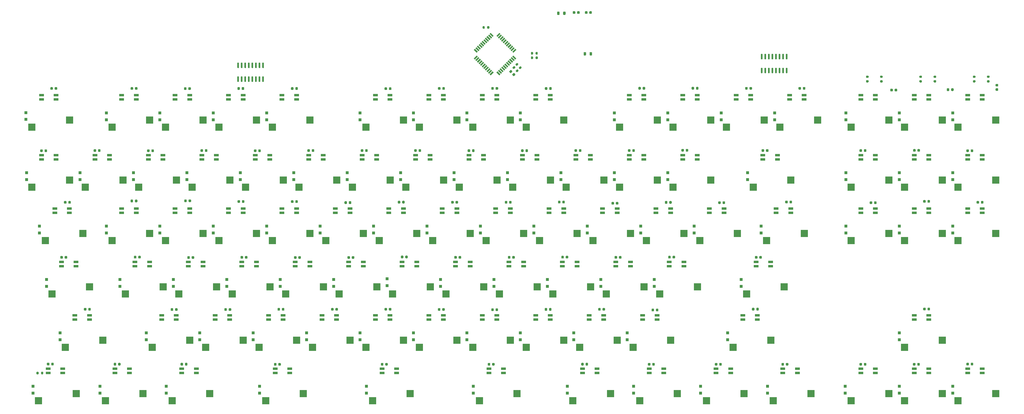
<source format=gbr>
%TF.GenerationSoftware,KiCad,Pcbnew,(5.1.8)-1*%
%TF.CreationDate,2021-09-26T17:56:29+10:00*%
%TF.ProjectId,tkl_keyboard,746b6c5f-6b65-4796-926f-6172642e6b69,rev?*%
%TF.SameCoordinates,Original*%
%TF.FileFunction,Paste,Bot*%
%TF.FilePolarity,Positive*%
%FSLAX46Y46*%
G04 Gerber Fmt 4.6, Leading zero omitted, Abs format (unit mm)*
G04 Created by KiCad (PCBNEW (5.1.8)-1) date 2021-09-26 17:56:29*
%MOMM*%
%LPD*%
G01*
G04 APERTURE LIST*
%ADD10R,1.800000X0.820000*%
%ADD11R,1.000000X1.000000*%
%ADD12R,2.550000X2.500000*%
%ADD13C,0.100000*%
G04 APERTURE END LIST*
D10*
%TO.C,D193*%
X322837500Y-126162500D03*
X322837500Y-124662500D03*
X328037500Y-124662500D03*
X328037500Y-126162500D03*
%TD*%
%TO.C,D191*%
X366137500Y-181812500D03*
X366137500Y-183312500D03*
X360937500Y-183312500D03*
X360937500Y-181812500D03*
%TD*%
%TO.C,D190*%
X360937500Y-126162500D03*
X360937500Y-124662500D03*
X366137500Y-124662500D03*
X366137500Y-126162500D03*
%TD*%
%TO.C,D189*%
X360937500Y-85681250D03*
X360937500Y-84181250D03*
X366137500Y-84181250D03*
X366137500Y-85681250D03*
%TD*%
%TO.C,D188*%
X347087500Y-181812500D03*
X347087500Y-183312500D03*
X341887500Y-183312500D03*
X341887500Y-181812500D03*
%TD*%
%TO.C,D187*%
X341887500Y-164262500D03*
X341887500Y-162762500D03*
X347087500Y-162762500D03*
X347087500Y-164262500D03*
%TD*%
%TO.C,D186*%
X341887500Y-126162500D03*
X341887500Y-124662500D03*
X347087500Y-124662500D03*
X347087500Y-126162500D03*
%TD*%
%TO.C,D185*%
X341887500Y-85681250D03*
X341887500Y-84181250D03*
X347087500Y-84181250D03*
X347087500Y-85681250D03*
%TD*%
%TO.C,D184*%
X328037500Y-181812500D03*
X328037500Y-183312500D03*
X322837500Y-183312500D03*
X322837500Y-181812500D03*
%TD*%
%TO.C,D183*%
X328037500Y-105612500D03*
X328037500Y-107112500D03*
X322837500Y-107112500D03*
X322837500Y-105612500D03*
%TD*%
%TO.C,D182*%
X292675000Y-126162500D03*
X292675000Y-124662500D03*
X297875000Y-124662500D03*
X297875000Y-126162500D03*
%TD*%
%TO.C,D181*%
X322837500Y-85681250D03*
X322837500Y-84181250D03*
X328037500Y-84181250D03*
X328037500Y-85681250D03*
%TD*%
%TO.C,D179*%
X300256250Y-181812500D03*
X300256250Y-183312500D03*
X295056250Y-183312500D03*
X295056250Y-181812500D03*
%TD*%
%TO.C,D178*%
X290731250Y-143712500D03*
X290731250Y-145212500D03*
X285531250Y-145212500D03*
X285531250Y-143712500D03*
%TD*%
%TO.C,D177*%
X280768750Y-164262500D03*
X280768750Y-162762500D03*
X285968750Y-162762500D03*
X285968750Y-164262500D03*
%TD*%
%TO.C,D176*%
X268862500Y-126162500D03*
X268862500Y-124662500D03*
X274062500Y-124662500D03*
X274062500Y-126162500D03*
%TD*%
%TO.C,D175*%
X297437500Y-85681250D03*
X297437500Y-84181250D03*
X302637500Y-84181250D03*
X302637500Y-85681250D03*
%TD*%
%TO.C,D173*%
X276443750Y-181812500D03*
X276443750Y-183312500D03*
X271243750Y-183312500D03*
X271243750Y-181812500D03*
%TD*%
%TO.C,D172*%
X259775000Y-143712500D03*
X259775000Y-145212500D03*
X254575000Y-145212500D03*
X254575000Y-143712500D03*
%TD*%
%TO.C,D171*%
X245487500Y-105612500D03*
X245487500Y-107112500D03*
X240287500Y-107112500D03*
X240287500Y-105612500D03*
%TD*%
%TO.C,D170*%
X245050000Y-164262500D03*
X245050000Y-162762500D03*
X250250000Y-162762500D03*
X250250000Y-164262500D03*
%TD*%
%TO.C,D169*%
X249812500Y-126162500D03*
X249812500Y-124662500D03*
X255012500Y-124662500D03*
X255012500Y-126162500D03*
%TD*%
%TO.C,D168*%
X278387500Y-85681250D03*
X278387500Y-84181250D03*
X283587500Y-84181250D03*
X283587500Y-85681250D03*
%TD*%
%TO.C,D166*%
X252631250Y-181812500D03*
X252631250Y-183312500D03*
X247431250Y-183312500D03*
X247431250Y-181812500D03*
%TD*%
%TO.C,D165*%
X240725000Y-143712500D03*
X240725000Y-145212500D03*
X235525000Y-145212500D03*
X235525000Y-143712500D03*
%TD*%
%TO.C,D164*%
X226437500Y-105612500D03*
X226437500Y-107112500D03*
X221237500Y-107112500D03*
X221237500Y-105612500D03*
%TD*%
%TO.C,D163*%
X226000000Y-164262500D03*
X226000000Y-162762500D03*
X231200000Y-162762500D03*
X231200000Y-164262500D03*
%TD*%
%TO.C,D162*%
X230762500Y-126162500D03*
X230762500Y-124662500D03*
X235962500Y-124662500D03*
X235962500Y-126162500D03*
%TD*%
%TO.C,D161*%
X259337500Y-85681250D03*
X259337500Y-84181250D03*
X264537500Y-84181250D03*
X264537500Y-85681250D03*
%TD*%
%TO.C,D159*%
X228818750Y-181812500D03*
X228818750Y-183312500D03*
X223618750Y-183312500D03*
X223618750Y-181812500D03*
%TD*%
%TO.C,D158*%
X221675000Y-143712500D03*
X221675000Y-145212500D03*
X216475000Y-145212500D03*
X216475000Y-143712500D03*
%TD*%
%TO.C,D157*%
X207387500Y-105612500D03*
X207387500Y-107112500D03*
X202187500Y-107112500D03*
X202187500Y-105612500D03*
%TD*%
%TO.C,D156*%
X206950000Y-164262500D03*
X206950000Y-162762500D03*
X212150000Y-162762500D03*
X212150000Y-164262500D03*
%TD*%
%TO.C,D155*%
X211712500Y-126162500D03*
X211712500Y-124662500D03*
X216912500Y-124662500D03*
X216912500Y-126162500D03*
%TD*%
%TO.C,D154*%
X240287500Y-85681250D03*
X240287500Y-84181250D03*
X245487500Y-84181250D03*
X245487500Y-85681250D03*
%TD*%
%TO.C,D153*%
X195481250Y-181812500D03*
X195481250Y-183312500D03*
X190281250Y-183312500D03*
X190281250Y-181812500D03*
%TD*%
%TO.C,D152*%
X202625000Y-143712500D03*
X202625000Y-145212500D03*
X197425000Y-145212500D03*
X197425000Y-143712500D03*
%TD*%
%TO.C,D151*%
X188337500Y-105612500D03*
X188337500Y-107112500D03*
X183137500Y-107112500D03*
X183137500Y-105612500D03*
%TD*%
%TO.C,D150*%
X187900000Y-164262500D03*
X187900000Y-162762500D03*
X193100000Y-162762500D03*
X193100000Y-164262500D03*
%TD*%
%TO.C,D149*%
X192662500Y-126162500D03*
X192662500Y-124662500D03*
X197862500Y-124662500D03*
X197862500Y-126162500D03*
%TD*%
%TO.C,D148*%
X206950000Y-85681250D03*
X206950000Y-84181250D03*
X212150000Y-84181250D03*
X212150000Y-85681250D03*
%TD*%
%TO.C,D147*%
X183575000Y-143712500D03*
X183575000Y-145212500D03*
X178375000Y-145212500D03*
X178375000Y-143712500D03*
%TD*%
%TO.C,D146*%
X169287500Y-105612500D03*
X169287500Y-107112500D03*
X164087500Y-107112500D03*
X164087500Y-105612500D03*
%TD*%
%TO.C,D145*%
X168850000Y-164262500D03*
X168850000Y-162762500D03*
X174050000Y-162762500D03*
X174050000Y-164262500D03*
%TD*%
%TO.C,D144*%
X173612500Y-126162500D03*
X173612500Y-124662500D03*
X178812500Y-124662500D03*
X178812500Y-126162500D03*
%TD*%
%TO.C,D143*%
X187900000Y-85681250D03*
X187900000Y-84181250D03*
X193100000Y-84181250D03*
X193100000Y-85681250D03*
%TD*%
%TO.C,D142*%
X157381250Y-181812500D03*
X157381250Y-183312500D03*
X152181250Y-183312500D03*
X152181250Y-181812500D03*
%TD*%
%TO.C,D141*%
X164525000Y-143712500D03*
X164525000Y-145212500D03*
X159325000Y-145212500D03*
X159325000Y-143712500D03*
%TD*%
%TO.C,D140*%
X150237500Y-105612500D03*
X150237500Y-107112500D03*
X145037500Y-107112500D03*
X145037500Y-105612500D03*
%TD*%
%TO.C,D139*%
X149800000Y-164262500D03*
X149800000Y-162762500D03*
X155000000Y-162762500D03*
X155000000Y-164262500D03*
%TD*%
%TO.C,D138*%
X154562500Y-126162500D03*
X154562500Y-124662500D03*
X159762500Y-124662500D03*
X159762500Y-126162500D03*
%TD*%
%TO.C,D137*%
X168850000Y-85681250D03*
X168850000Y-84181250D03*
X174050000Y-84181250D03*
X174050000Y-85681250D03*
%TD*%
%TO.C,D136*%
X145475000Y-143712500D03*
X145475000Y-145212500D03*
X140275000Y-145212500D03*
X140275000Y-143712500D03*
%TD*%
%TO.C,D135*%
X131187500Y-105612500D03*
X131187500Y-107112500D03*
X125987500Y-107112500D03*
X125987500Y-105612500D03*
%TD*%
%TO.C,D134*%
X130750000Y-164262500D03*
X130750000Y-162762500D03*
X135950000Y-162762500D03*
X135950000Y-164262500D03*
%TD*%
%TO.C,D133*%
X135512500Y-126162500D03*
X135512500Y-124662500D03*
X140712500Y-124662500D03*
X140712500Y-126162500D03*
%TD*%
%TO.C,D132*%
X149800000Y-85681250D03*
X149800000Y-84181250D03*
X155000000Y-84181250D03*
X155000000Y-85681250D03*
%TD*%
%TO.C,D131*%
X119281250Y-181812500D03*
X119281250Y-183312500D03*
X114081250Y-183312500D03*
X114081250Y-181812500D03*
%TD*%
%TO.C,D130*%
X126425000Y-143712500D03*
X126425000Y-145212500D03*
X121225000Y-145212500D03*
X121225000Y-143712500D03*
%TD*%
%TO.C,D129*%
X112137500Y-105612500D03*
X112137500Y-107112500D03*
X106937500Y-107112500D03*
X106937500Y-105612500D03*
%TD*%
%TO.C,D128*%
X111700000Y-164262500D03*
X111700000Y-162762500D03*
X116900000Y-162762500D03*
X116900000Y-164262500D03*
%TD*%
%TO.C,D127*%
X116462500Y-126162500D03*
X116462500Y-124662500D03*
X121662500Y-124662500D03*
X121662500Y-126162500D03*
%TD*%
%TO.C,D126*%
X116462500Y-85681250D03*
X116462500Y-84181250D03*
X121662500Y-84181250D03*
X121662500Y-85681250D03*
%TD*%
%TO.C,D125*%
X107375000Y-143712500D03*
X107375000Y-145212500D03*
X102175000Y-145212500D03*
X102175000Y-143712500D03*
%TD*%
%TO.C,D124*%
X93087500Y-105612500D03*
X93087500Y-107112500D03*
X87887500Y-107112500D03*
X87887500Y-105612500D03*
%TD*%
%TO.C,D123*%
X92650000Y-164262500D03*
X92650000Y-162762500D03*
X97850000Y-162762500D03*
X97850000Y-164262500D03*
%TD*%
%TO.C,D122*%
X97412500Y-126162500D03*
X97412500Y-124662500D03*
X102612500Y-124662500D03*
X102612500Y-126162500D03*
%TD*%
%TO.C,D121*%
X85943750Y-181812500D03*
X85943750Y-183312500D03*
X80743750Y-183312500D03*
X80743750Y-181812500D03*
%TD*%
%TO.C,D120*%
X88325000Y-143712500D03*
X88325000Y-145212500D03*
X83125000Y-145212500D03*
X83125000Y-143712500D03*
%TD*%
%TO.C,D27*%
X74037500Y-105612500D03*
X74037500Y-107112500D03*
X68837500Y-107112500D03*
X68837500Y-105612500D03*
%TD*%
%TO.C,D26*%
X366137500Y-105612500D03*
X366137500Y-107112500D03*
X360937500Y-107112500D03*
X360937500Y-105612500D03*
%TD*%
%TO.C,D25*%
X73600000Y-164262500D03*
X73600000Y-162762500D03*
X78800000Y-162762500D03*
X78800000Y-164262500D03*
%TD*%
%TO.C,D24*%
X78362500Y-126162500D03*
X78362500Y-124662500D03*
X83562500Y-124662500D03*
X83562500Y-126162500D03*
%TD*%
%TO.C,D23*%
X97412500Y-85681250D03*
X97412500Y-84181250D03*
X102612500Y-84181250D03*
X102612500Y-85681250D03*
%TD*%
%TO.C,D20*%
X69275000Y-143712500D03*
X69275000Y-145212500D03*
X64075000Y-145212500D03*
X64075000Y-143712500D03*
%TD*%
%TO.C,D19*%
X347087500Y-105612500D03*
X347087500Y-107112500D03*
X341887500Y-107112500D03*
X341887500Y-105612500D03*
%TD*%
%TO.C,D18*%
X54987500Y-105612500D03*
X54987500Y-107112500D03*
X49787500Y-107112500D03*
X49787500Y-105612500D03*
%TD*%
%TO.C,D17*%
X62131250Y-181812500D03*
X62131250Y-183312500D03*
X56931250Y-183312500D03*
X56931250Y-181812500D03*
%TD*%
%TO.C,D16*%
X78362500Y-85681250D03*
X78362500Y-84181250D03*
X83562500Y-84181250D03*
X83562500Y-85681250D03*
%TD*%
%TO.C,D13*%
X59312500Y-126162500D03*
X59312500Y-124662500D03*
X64512500Y-124662500D03*
X64512500Y-126162500D03*
%TD*%
%TO.C,D12*%
X293112500Y-105612500D03*
X293112500Y-107112500D03*
X287912500Y-107112500D03*
X287912500Y-105612500D03*
%TD*%
%TO.C,D11*%
X38318750Y-181812500D03*
X38318750Y-183312500D03*
X33118750Y-183312500D03*
X33118750Y-181812500D03*
%TD*%
%TO.C,D10*%
X43081250Y-143712500D03*
X43081250Y-145212500D03*
X37881250Y-145212500D03*
X37881250Y-143712500D03*
%TD*%
%TO.C,D9*%
X59312500Y-85681250D03*
X59312500Y-84181250D03*
X64512500Y-84181250D03*
X64512500Y-85681250D03*
%TD*%
%TO.C,D7*%
X35937500Y-105612500D03*
X35937500Y-107112500D03*
X30737500Y-107112500D03*
X30737500Y-105612500D03*
%TD*%
%TO.C,D6*%
X264537500Y-105612500D03*
X264537500Y-107112500D03*
X259337500Y-107112500D03*
X259337500Y-105612500D03*
%TD*%
%TO.C,D5*%
X42643750Y-164262500D03*
X42643750Y-162762500D03*
X47843750Y-162762500D03*
X47843750Y-164262500D03*
%TD*%
%TO.C,D4*%
X35500000Y-126162500D03*
X35500000Y-124662500D03*
X40700000Y-124662500D03*
X40700000Y-126162500D03*
%TD*%
%TO.C,D3*%
X30737500Y-85681250D03*
X30737500Y-84181250D03*
X35937500Y-84181250D03*
X35937500Y-85681250D03*
%TD*%
%TO.C,R7*%
G36*
G01*
X206883320Y-71110520D02*
X206883320Y-70560520D01*
G75*
G02*
X207083320Y-70360520I200000J0D01*
G01*
X207483320Y-70360520D01*
G75*
G02*
X207683320Y-70560520I0J-200000D01*
G01*
X207683320Y-71110520D01*
G75*
G02*
X207483320Y-71310520I-200000J0D01*
G01*
X207083320Y-71310520D01*
G75*
G02*
X206883320Y-71110520I0J200000D01*
G01*
G37*
G36*
G01*
X205233320Y-71110520D02*
X205233320Y-70560520D01*
G75*
G02*
X205433320Y-70360520I200000J0D01*
G01*
X205833320Y-70360520D01*
G75*
G02*
X206033320Y-70560520I0J-200000D01*
G01*
X206033320Y-71110520D01*
G75*
G02*
X205833320Y-71310520I-200000J0D01*
G01*
X205433320Y-71310520D01*
G75*
G02*
X205233320Y-71110520I0J200000D01*
G01*
G37*
%TD*%
%TO.C,R4*%
G36*
G01*
X206878240Y-69495080D02*
X206878240Y-68945080D01*
G75*
G02*
X207078240Y-68745080I200000J0D01*
G01*
X207478240Y-68745080D01*
G75*
G02*
X207678240Y-68945080I0J-200000D01*
G01*
X207678240Y-69495080D01*
G75*
G02*
X207478240Y-69695080I-200000J0D01*
G01*
X207078240Y-69695080D01*
G75*
G02*
X206878240Y-69495080I0J200000D01*
G01*
G37*
G36*
G01*
X205228240Y-69495080D02*
X205228240Y-68945080D01*
G75*
G02*
X205428240Y-68745080I200000J0D01*
G01*
X205828240Y-68745080D01*
G75*
G02*
X206028240Y-68945080I0J-200000D01*
G01*
X206028240Y-69495080D01*
G75*
G02*
X205828240Y-69695080I-200000J0D01*
G01*
X205428240Y-69695080D01*
G75*
G02*
X205228240Y-69495080I0J200000D01*
G01*
G37*
%TD*%
D11*
%TO.C,D35*%
X32512000Y-152400000D03*
X32512000Y-150000000D03*
%TD*%
%TO.C,U8*%
G36*
G01*
X287378000Y-74398000D02*
X287678000Y-74398000D01*
G75*
G02*
X287828000Y-74548000I0J-150000D01*
G01*
X287828000Y-76198000D01*
G75*
G02*
X287678000Y-76348000I-150000J0D01*
G01*
X287378000Y-76348000D01*
G75*
G02*
X287228000Y-76198000I0J150000D01*
G01*
X287228000Y-74548000D01*
G75*
G02*
X287378000Y-74398000I150000J0D01*
G01*
G37*
G36*
G01*
X288648000Y-74398000D02*
X288948000Y-74398000D01*
G75*
G02*
X289098000Y-74548000I0J-150000D01*
G01*
X289098000Y-76198000D01*
G75*
G02*
X288948000Y-76348000I-150000J0D01*
G01*
X288648000Y-76348000D01*
G75*
G02*
X288498000Y-76198000I0J150000D01*
G01*
X288498000Y-74548000D01*
G75*
G02*
X288648000Y-74398000I150000J0D01*
G01*
G37*
G36*
G01*
X289918000Y-74398000D02*
X290218000Y-74398000D01*
G75*
G02*
X290368000Y-74548000I0J-150000D01*
G01*
X290368000Y-76198000D01*
G75*
G02*
X290218000Y-76348000I-150000J0D01*
G01*
X289918000Y-76348000D01*
G75*
G02*
X289768000Y-76198000I0J150000D01*
G01*
X289768000Y-74548000D01*
G75*
G02*
X289918000Y-74398000I150000J0D01*
G01*
G37*
G36*
G01*
X291188000Y-74398000D02*
X291488000Y-74398000D01*
G75*
G02*
X291638000Y-74548000I0J-150000D01*
G01*
X291638000Y-76198000D01*
G75*
G02*
X291488000Y-76348000I-150000J0D01*
G01*
X291188000Y-76348000D01*
G75*
G02*
X291038000Y-76198000I0J150000D01*
G01*
X291038000Y-74548000D01*
G75*
G02*
X291188000Y-74398000I150000J0D01*
G01*
G37*
G36*
G01*
X292458000Y-74398000D02*
X292758000Y-74398000D01*
G75*
G02*
X292908000Y-74548000I0J-150000D01*
G01*
X292908000Y-76198000D01*
G75*
G02*
X292758000Y-76348000I-150000J0D01*
G01*
X292458000Y-76348000D01*
G75*
G02*
X292308000Y-76198000I0J150000D01*
G01*
X292308000Y-74548000D01*
G75*
G02*
X292458000Y-74398000I150000J0D01*
G01*
G37*
G36*
G01*
X293728000Y-74398000D02*
X294028000Y-74398000D01*
G75*
G02*
X294178000Y-74548000I0J-150000D01*
G01*
X294178000Y-76198000D01*
G75*
G02*
X294028000Y-76348000I-150000J0D01*
G01*
X293728000Y-76348000D01*
G75*
G02*
X293578000Y-76198000I0J150000D01*
G01*
X293578000Y-74548000D01*
G75*
G02*
X293728000Y-74398000I150000J0D01*
G01*
G37*
G36*
G01*
X294998000Y-74398000D02*
X295298000Y-74398000D01*
G75*
G02*
X295448000Y-74548000I0J-150000D01*
G01*
X295448000Y-76198000D01*
G75*
G02*
X295298000Y-76348000I-150000J0D01*
G01*
X294998000Y-76348000D01*
G75*
G02*
X294848000Y-76198000I0J150000D01*
G01*
X294848000Y-74548000D01*
G75*
G02*
X294998000Y-74398000I150000J0D01*
G01*
G37*
G36*
G01*
X296268000Y-74398000D02*
X296568000Y-74398000D01*
G75*
G02*
X296718000Y-74548000I0J-150000D01*
G01*
X296718000Y-76198000D01*
G75*
G02*
X296568000Y-76348000I-150000J0D01*
G01*
X296268000Y-76348000D01*
G75*
G02*
X296118000Y-76198000I0J150000D01*
G01*
X296118000Y-74548000D01*
G75*
G02*
X296268000Y-74398000I150000J0D01*
G01*
G37*
G36*
G01*
X296268000Y-69448000D02*
X296568000Y-69448000D01*
G75*
G02*
X296718000Y-69598000I0J-150000D01*
G01*
X296718000Y-71248000D01*
G75*
G02*
X296568000Y-71398000I-150000J0D01*
G01*
X296268000Y-71398000D01*
G75*
G02*
X296118000Y-71248000I0J150000D01*
G01*
X296118000Y-69598000D01*
G75*
G02*
X296268000Y-69448000I150000J0D01*
G01*
G37*
G36*
G01*
X294998000Y-69448000D02*
X295298000Y-69448000D01*
G75*
G02*
X295448000Y-69598000I0J-150000D01*
G01*
X295448000Y-71248000D01*
G75*
G02*
X295298000Y-71398000I-150000J0D01*
G01*
X294998000Y-71398000D01*
G75*
G02*
X294848000Y-71248000I0J150000D01*
G01*
X294848000Y-69598000D01*
G75*
G02*
X294998000Y-69448000I150000J0D01*
G01*
G37*
G36*
G01*
X293728000Y-69448000D02*
X294028000Y-69448000D01*
G75*
G02*
X294178000Y-69598000I0J-150000D01*
G01*
X294178000Y-71248000D01*
G75*
G02*
X294028000Y-71398000I-150000J0D01*
G01*
X293728000Y-71398000D01*
G75*
G02*
X293578000Y-71248000I0J150000D01*
G01*
X293578000Y-69598000D01*
G75*
G02*
X293728000Y-69448000I150000J0D01*
G01*
G37*
G36*
G01*
X292458000Y-69448000D02*
X292758000Y-69448000D01*
G75*
G02*
X292908000Y-69598000I0J-150000D01*
G01*
X292908000Y-71248000D01*
G75*
G02*
X292758000Y-71398000I-150000J0D01*
G01*
X292458000Y-71398000D01*
G75*
G02*
X292308000Y-71248000I0J150000D01*
G01*
X292308000Y-69598000D01*
G75*
G02*
X292458000Y-69448000I150000J0D01*
G01*
G37*
G36*
G01*
X291188000Y-69448000D02*
X291488000Y-69448000D01*
G75*
G02*
X291638000Y-69598000I0J-150000D01*
G01*
X291638000Y-71248000D01*
G75*
G02*
X291488000Y-71398000I-150000J0D01*
G01*
X291188000Y-71398000D01*
G75*
G02*
X291038000Y-71248000I0J150000D01*
G01*
X291038000Y-69598000D01*
G75*
G02*
X291188000Y-69448000I150000J0D01*
G01*
G37*
G36*
G01*
X289918000Y-69448000D02*
X290218000Y-69448000D01*
G75*
G02*
X290368000Y-69598000I0J-150000D01*
G01*
X290368000Y-71248000D01*
G75*
G02*
X290218000Y-71398000I-150000J0D01*
G01*
X289918000Y-71398000D01*
G75*
G02*
X289768000Y-71248000I0J150000D01*
G01*
X289768000Y-69598000D01*
G75*
G02*
X289918000Y-69448000I150000J0D01*
G01*
G37*
G36*
G01*
X288648000Y-69448000D02*
X288948000Y-69448000D01*
G75*
G02*
X289098000Y-69598000I0J-150000D01*
G01*
X289098000Y-71248000D01*
G75*
G02*
X288948000Y-71398000I-150000J0D01*
G01*
X288648000Y-71398000D01*
G75*
G02*
X288498000Y-71248000I0J150000D01*
G01*
X288498000Y-69598000D01*
G75*
G02*
X288648000Y-69448000I150000J0D01*
G01*
G37*
G36*
G01*
X287378000Y-69448000D02*
X287678000Y-69448000D01*
G75*
G02*
X287828000Y-69598000I0J-150000D01*
G01*
X287828000Y-71248000D01*
G75*
G02*
X287678000Y-71398000I-150000J0D01*
G01*
X287378000Y-71398000D01*
G75*
G02*
X287228000Y-71248000I0J150000D01*
G01*
X287228000Y-69598000D01*
G75*
G02*
X287378000Y-69448000I150000J0D01*
G01*
G37*
%TD*%
%TO.C,U7*%
G36*
G01*
X100688000Y-77496800D02*
X100988000Y-77496800D01*
G75*
G02*
X101138000Y-77646800I0J-150000D01*
G01*
X101138000Y-79296800D01*
G75*
G02*
X100988000Y-79446800I-150000J0D01*
G01*
X100688000Y-79446800D01*
G75*
G02*
X100538000Y-79296800I0J150000D01*
G01*
X100538000Y-77646800D01*
G75*
G02*
X100688000Y-77496800I150000J0D01*
G01*
G37*
G36*
G01*
X101958000Y-77496800D02*
X102258000Y-77496800D01*
G75*
G02*
X102408000Y-77646800I0J-150000D01*
G01*
X102408000Y-79296800D01*
G75*
G02*
X102258000Y-79446800I-150000J0D01*
G01*
X101958000Y-79446800D01*
G75*
G02*
X101808000Y-79296800I0J150000D01*
G01*
X101808000Y-77646800D01*
G75*
G02*
X101958000Y-77496800I150000J0D01*
G01*
G37*
G36*
G01*
X103228000Y-77496800D02*
X103528000Y-77496800D01*
G75*
G02*
X103678000Y-77646800I0J-150000D01*
G01*
X103678000Y-79296800D01*
G75*
G02*
X103528000Y-79446800I-150000J0D01*
G01*
X103228000Y-79446800D01*
G75*
G02*
X103078000Y-79296800I0J150000D01*
G01*
X103078000Y-77646800D01*
G75*
G02*
X103228000Y-77496800I150000J0D01*
G01*
G37*
G36*
G01*
X104498000Y-77496800D02*
X104798000Y-77496800D01*
G75*
G02*
X104948000Y-77646800I0J-150000D01*
G01*
X104948000Y-79296800D01*
G75*
G02*
X104798000Y-79446800I-150000J0D01*
G01*
X104498000Y-79446800D01*
G75*
G02*
X104348000Y-79296800I0J150000D01*
G01*
X104348000Y-77646800D01*
G75*
G02*
X104498000Y-77496800I150000J0D01*
G01*
G37*
G36*
G01*
X105768000Y-77496800D02*
X106068000Y-77496800D01*
G75*
G02*
X106218000Y-77646800I0J-150000D01*
G01*
X106218000Y-79296800D01*
G75*
G02*
X106068000Y-79446800I-150000J0D01*
G01*
X105768000Y-79446800D01*
G75*
G02*
X105618000Y-79296800I0J150000D01*
G01*
X105618000Y-77646800D01*
G75*
G02*
X105768000Y-77496800I150000J0D01*
G01*
G37*
G36*
G01*
X107038000Y-77496800D02*
X107338000Y-77496800D01*
G75*
G02*
X107488000Y-77646800I0J-150000D01*
G01*
X107488000Y-79296800D01*
G75*
G02*
X107338000Y-79446800I-150000J0D01*
G01*
X107038000Y-79446800D01*
G75*
G02*
X106888000Y-79296800I0J150000D01*
G01*
X106888000Y-77646800D01*
G75*
G02*
X107038000Y-77496800I150000J0D01*
G01*
G37*
G36*
G01*
X108308000Y-77496800D02*
X108608000Y-77496800D01*
G75*
G02*
X108758000Y-77646800I0J-150000D01*
G01*
X108758000Y-79296800D01*
G75*
G02*
X108608000Y-79446800I-150000J0D01*
G01*
X108308000Y-79446800D01*
G75*
G02*
X108158000Y-79296800I0J150000D01*
G01*
X108158000Y-77646800D01*
G75*
G02*
X108308000Y-77496800I150000J0D01*
G01*
G37*
G36*
G01*
X109578000Y-77496800D02*
X109878000Y-77496800D01*
G75*
G02*
X110028000Y-77646800I0J-150000D01*
G01*
X110028000Y-79296800D01*
G75*
G02*
X109878000Y-79446800I-150000J0D01*
G01*
X109578000Y-79446800D01*
G75*
G02*
X109428000Y-79296800I0J150000D01*
G01*
X109428000Y-77646800D01*
G75*
G02*
X109578000Y-77496800I150000J0D01*
G01*
G37*
G36*
G01*
X109578000Y-72546800D02*
X109878000Y-72546800D01*
G75*
G02*
X110028000Y-72696800I0J-150000D01*
G01*
X110028000Y-74346800D01*
G75*
G02*
X109878000Y-74496800I-150000J0D01*
G01*
X109578000Y-74496800D01*
G75*
G02*
X109428000Y-74346800I0J150000D01*
G01*
X109428000Y-72696800D01*
G75*
G02*
X109578000Y-72546800I150000J0D01*
G01*
G37*
G36*
G01*
X108308000Y-72546800D02*
X108608000Y-72546800D01*
G75*
G02*
X108758000Y-72696800I0J-150000D01*
G01*
X108758000Y-74346800D01*
G75*
G02*
X108608000Y-74496800I-150000J0D01*
G01*
X108308000Y-74496800D01*
G75*
G02*
X108158000Y-74346800I0J150000D01*
G01*
X108158000Y-72696800D01*
G75*
G02*
X108308000Y-72546800I150000J0D01*
G01*
G37*
G36*
G01*
X107038000Y-72546800D02*
X107338000Y-72546800D01*
G75*
G02*
X107488000Y-72696800I0J-150000D01*
G01*
X107488000Y-74346800D01*
G75*
G02*
X107338000Y-74496800I-150000J0D01*
G01*
X107038000Y-74496800D01*
G75*
G02*
X106888000Y-74346800I0J150000D01*
G01*
X106888000Y-72696800D01*
G75*
G02*
X107038000Y-72546800I150000J0D01*
G01*
G37*
G36*
G01*
X105768000Y-72546800D02*
X106068000Y-72546800D01*
G75*
G02*
X106218000Y-72696800I0J-150000D01*
G01*
X106218000Y-74346800D01*
G75*
G02*
X106068000Y-74496800I-150000J0D01*
G01*
X105768000Y-74496800D01*
G75*
G02*
X105618000Y-74346800I0J150000D01*
G01*
X105618000Y-72696800D01*
G75*
G02*
X105768000Y-72546800I150000J0D01*
G01*
G37*
G36*
G01*
X104498000Y-72546800D02*
X104798000Y-72546800D01*
G75*
G02*
X104948000Y-72696800I0J-150000D01*
G01*
X104948000Y-74346800D01*
G75*
G02*
X104798000Y-74496800I-150000J0D01*
G01*
X104498000Y-74496800D01*
G75*
G02*
X104348000Y-74346800I0J150000D01*
G01*
X104348000Y-72696800D01*
G75*
G02*
X104498000Y-72546800I150000J0D01*
G01*
G37*
G36*
G01*
X103228000Y-72546800D02*
X103528000Y-72546800D01*
G75*
G02*
X103678000Y-72696800I0J-150000D01*
G01*
X103678000Y-74346800D01*
G75*
G02*
X103528000Y-74496800I-150000J0D01*
G01*
X103228000Y-74496800D01*
G75*
G02*
X103078000Y-74346800I0J150000D01*
G01*
X103078000Y-72696800D01*
G75*
G02*
X103228000Y-72546800I150000J0D01*
G01*
G37*
G36*
G01*
X101958000Y-72546800D02*
X102258000Y-72546800D01*
G75*
G02*
X102408000Y-72696800I0J-150000D01*
G01*
X102408000Y-74346800D01*
G75*
G02*
X102258000Y-74496800I-150000J0D01*
G01*
X101958000Y-74496800D01*
G75*
G02*
X101808000Y-74346800I0J150000D01*
G01*
X101808000Y-72696800D01*
G75*
G02*
X101958000Y-72546800I150000J0D01*
G01*
G37*
G36*
G01*
X100688000Y-72546800D02*
X100988000Y-72546800D01*
G75*
G02*
X101138000Y-72696800I0J-150000D01*
G01*
X101138000Y-74346800D01*
G75*
G02*
X100988000Y-74496800I-150000J0D01*
G01*
X100688000Y-74496800D01*
G75*
G02*
X100538000Y-74346800I0J150000D01*
G01*
X100538000Y-72696800D01*
G75*
G02*
X100688000Y-72546800I150000J0D01*
G01*
G37*
%TD*%
%TO.C,C43*%
G36*
G01*
X198630233Y-76695187D02*
X198983787Y-76341633D01*
G75*
G02*
X199301985Y-76341633I159099J-159099D01*
G01*
X199620183Y-76659831D01*
G75*
G02*
X199620183Y-76978029I-159099J-159099D01*
G01*
X199266629Y-77331583D01*
G75*
G02*
X198948431Y-77331583I-159099J159099D01*
G01*
X198630233Y-77013385D01*
G75*
G02*
X198630233Y-76695187I159099J159099D01*
G01*
G37*
G36*
G01*
X197534217Y-75599171D02*
X197887771Y-75245617D01*
G75*
G02*
X198205969Y-75245617I159099J-159099D01*
G01*
X198524167Y-75563815D01*
G75*
G02*
X198524167Y-75882013I-159099J-159099D01*
G01*
X198170613Y-76235567D01*
G75*
G02*
X197852415Y-76235567I-159099J159099D01*
G01*
X197534217Y-75917369D01*
G75*
G02*
X197534217Y-75599171I159099J159099D01*
G01*
G37*
%TD*%
%TO.C,R23*%
G36*
G01*
X188791800Y-59745200D02*
X188791800Y-60295200D01*
G75*
G02*
X188591800Y-60495200I-200000J0D01*
G01*
X188191800Y-60495200D01*
G75*
G02*
X187991800Y-60295200I0J200000D01*
G01*
X187991800Y-59745200D01*
G75*
G02*
X188191800Y-59545200I200000J0D01*
G01*
X188591800Y-59545200D01*
G75*
G02*
X188791800Y-59745200I0J-200000D01*
G01*
G37*
G36*
G01*
X190441800Y-59745200D02*
X190441800Y-60295200D01*
G75*
G02*
X190241800Y-60495200I-200000J0D01*
G01*
X189841800Y-60495200D01*
G75*
G02*
X189641800Y-60295200I0J200000D01*
G01*
X189641800Y-59745200D01*
G75*
G02*
X189841800Y-59545200I200000J0D01*
G01*
X190241800Y-59545200D01*
G75*
G02*
X190441800Y-59745200I0J-200000D01*
G01*
G37*
%TD*%
%TO.C,R35*%
G36*
G01*
X329904680Y-77198000D02*
X330454680Y-77198000D01*
G75*
G02*
X330654680Y-77398000I0J-200000D01*
G01*
X330654680Y-77798000D01*
G75*
G02*
X330454680Y-77998000I-200000J0D01*
G01*
X329904680Y-77998000D01*
G75*
G02*
X329704680Y-77798000I0J200000D01*
G01*
X329704680Y-77398000D01*
G75*
G02*
X329904680Y-77198000I200000J0D01*
G01*
G37*
G36*
G01*
X329904680Y-78848000D02*
X330454680Y-78848000D01*
G75*
G02*
X330654680Y-79048000I0J-200000D01*
G01*
X330654680Y-79448000D01*
G75*
G02*
X330454680Y-79648000I-200000J0D01*
G01*
X329904680Y-79648000D01*
G75*
G02*
X329704680Y-79448000I0J200000D01*
G01*
X329704680Y-79048000D01*
G75*
G02*
X329904680Y-78848000I200000J0D01*
G01*
G37*
%TD*%
%TO.C,C60*%
G36*
G01*
X345991000Y-160252600D02*
X345991000Y-160752600D01*
G75*
G02*
X345766000Y-160977600I-225000J0D01*
G01*
X345316000Y-160977600D01*
G75*
G02*
X345091000Y-160752600I0J225000D01*
G01*
X345091000Y-160252600D01*
G75*
G02*
X345316000Y-160027600I225000J0D01*
G01*
X345766000Y-160027600D01*
G75*
G02*
X345991000Y-160252600I0J-225000D01*
G01*
G37*
G36*
G01*
X347541000Y-160252600D02*
X347541000Y-160752600D01*
G75*
G02*
X347316000Y-160977600I-225000J0D01*
G01*
X346866000Y-160977600D01*
G75*
G02*
X346641000Y-160752600I0J225000D01*
G01*
X346641000Y-160252600D01*
G75*
G02*
X346866000Y-160027600I225000J0D01*
G01*
X347316000Y-160027600D01*
G75*
G02*
X347541000Y-160252600I0J-225000D01*
G01*
G37*
%TD*%
D12*
%TO.C,SW93*%
X319422500Y-136048750D03*
X332847500Y-133508750D03*
%TD*%
%TO.C,SW74*%
X277353750Y-174148750D03*
X290778750Y-171608750D03*
%TD*%
D11*
%TO.C,D192*%
X317500000Y-130950000D03*
X317500000Y-133350000D03*
%TD*%
%TO.C,C1*%
G36*
G01*
X221059160Y-54451440D02*
X221059160Y-54951440D01*
G75*
G02*
X220834160Y-55176440I-225000J0D01*
G01*
X220384160Y-55176440D01*
G75*
G02*
X220159160Y-54951440I0J225000D01*
G01*
X220159160Y-54451440D01*
G75*
G02*
X220384160Y-54226440I225000J0D01*
G01*
X220834160Y-54226440D01*
G75*
G02*
X221059160Y-54451440I0J-225000D01*
G01*
G37*
G36*
G01*
X222609160Y-54451440D02*
X222609160Y-54951440D01*
G75*
G02*
X222384160Y-55176440I-225000J0D01*
G01*
X221934160Y-55176440D01*
G75*
G02*
X221709160Y-54951440I0J225000D01*
G01*
X221709160Y-54451440D01*
G75*
G02*
X221934160Y-54226440I225000J0D01*
G01*
X222384160Y-54226440D01*
G75*
G02*
X222609160Y-54451440I0J-225000D01*
G01*
G37*
%TD*%
%TO.C,C2*%
G36*
G01*
X224501960Y-54951440D02*
X224501960Y-54451440D01*
G75*
G02*
X224726960Y-54226440I225000J0D01*
G01*
X225176960Y-54226440D01*
G75*
G02*
X225401960Y-54451440I0J-225000D01*
G01*
X225401960Y-54951440D01*
G75*
G02*
X225176960Y-55176440I-225000J0D01*
G01*
X224726960Y-55176440D01*
G75*
G02*
X224501960Y-54951440I0J225000D01*
G01*
G37*
G36*
G01*
X226051960Y-54951440D02*
X226051960Y-54451440D01*
G75*
G02*
X226276960Y-54226440I225000J0D01*
G01*
X226726960Y-54226440D01*
G75*
G02*
X226951960Y-54451440I0J-225000D01*
G01*
X226951960Y-54951440D01*
G75*
G02*
X226726960Y-55176440I-225000J0D01*
G01*
X226276960Y-55176440D01*
G75*
G02*
X226051960Y-54951440I0J225000D01*
G01*
G37*
%TD*%
%TO.C,C9*%
G36*
G01*
X113621400Y-180488400D02*
X113621400Y-179988400D01*
G75*
G02*
X113846400Y-179763400I225000J0D01*
G01*
X114296400Y-179763400D01*
G75*
G02*
X114521400Y-179988400I0J-225000D01*
G01*
X114521400Y-180488400D01*
G75*
G02*
X114296400Y-180713400I-225000J0D01*
G01*
X113846400Y-180713400D01*
G75*
G02*
X113621400Y-180488400I0J225000D01*
G01*
G37*
G36*
G01*
X115171400Y-180488400D02*
X115171400Y-179988400D01*
G75*
G02*
X115396400Y-179763400I225000J0D01*
G01*
X115846400Y-179763400D01*
G75*
G02*
X116071400Y-179988400I0J-225000D01*
G01*
X116071400Y-180488400D01*
G75*
G02*
X115846400Y-180713400I-225000J0D01*
G01*
X115396400Y-180713400D01*
G75*
G02*
X115171400Y-180488400I0J225000D01*
G01*
G37*
%TD*%
%TO.C,C10*%
G36*
G01*
X235071500Y-142299500D02*
X235071500Y-141799500D01*
G75*
G02*
X235296500Y-141574500I225000J0D01*
G01*
X235746500Y-141574500D01*
G75*
G02*
X235971500Y-141799500I0J-225000D01*
G01*
X235971500Y-142299500D01*
G75*
G02*
X235746500Y-142524500I-225000J0D01*
G01*
X235296500Y-142524500D01*
G75*
G02*
X235071500Y-142299500I0J225000D01*
G01*
G37*
G36*
G01*
X236621500Y-142299500D02*
X236621500Y-141799500D01*
G75*
G02*
X236846500Y-141574500I225000J0D01*
G01*
X237296500Y-141574500D01*
G75*
G02*
X237521500Y-141799500I0J-225000D01*
G01*
X237521500Y-142299500D01*
G75*
G02*
X237296500Y-142524500I-225000J0D01*
G01*
X236846500Y-142524500D01*
G75*
G02*
X236621500Y-142299500I0J225000D01*
G01*
G37*
%TD*%
%TO.C,C11*%
G36*
G01*
X77716800Y-160430400D02*
X77716800Y-160930400D01*
G75*
G02*
X77491800Y-161155400I-225000J0D01*
G01*
X77041800Y-161155400D01*
G75*
G02*
X76816800Y-160930400I0J225000D01*
G01*
X76816800Y-160430400D01*
G75*
G02*
X77041800Y-160205400I225000J0D01*
G01*
X77491800Y-160205400D01*
G75*
G02*
X77716800Y-160430400I0J-225000D01*
G01*
G37*
G36*
G01*
X79266800Y-160430400D02*
X79266800Y-160930400D01*
G75*
G02*
X79041800Y-161155400I-225000J0D01*
G01*
X78591800Y-161155400D01*
G75*
G02*
X78366800Y-160930400I0J225000D01*
G01*
X78366800Y-160430400D01*
G75*
G02*
X78591800Y-160205400I225000J0D01*
G01*
X79041800Y-160205400D01*
G75*
G02*
X79266800Y-160430400I0J-225000D01*
G01*
G37*
%TD*%
%TO.C,C12*%
G36*
G01*
X122141400Y-121924000D02*
X122141400Y-122424000D01*
G75*
G02*
X121916400Y-122649000I-225000J0D01*
G01*
X121466400Y-122649000D01*
G75*
G02*
X121241400Y-122424000I0J225000D01*
G01*
X121241400Y-121924000D01*
G75*
G02*
X121466400Y-121699000I225000J0D01*
G01*
X121916400Y-121699000D01*
G75*
G02*
X122141400Y-121924000I0J-225000D01*
G01*
G37*
G36*
G01*
X120591400Y-121924000D02*
X120591400Y-122424000D01*
G75*
G02*
X120366400Y-122649000I-225000J0D01*
G01*
X119916400Y-122649000D01*
G75*
G02*
X119691400Y-122424000I0J225000D01*
G01*
X119691400Y-121924000D01*
G75*
G02*
X119916400Y-121699000I225000J0D01*
G01*
X120366400Y-121699000D01*
G75*
G02*
X120591400Y-121924000I0J-225000D01*
G01*
G37*
%TD*%
%TO.C,C13*%
G36*
G01*
X286659500Y-142299500D02*
X286659500Y-141799500D01*
G75*
G02*
X286884500Y-141574500I225000J0D01*
G01*
X287334500Y-141574500D01*
G75*
G02*
X287559500Y-141799500I0J-225000D01*
G01*
X287559500Y-142299500D01*
G75*
G02*
X287334500Y-142524500I-225000J0D01*
G01*
X286884500Y-142524500D01*
G75*
G02*
X286659500Y-142299500I0J225000D01*
G01*
G37*
G36*
G01*
X285109500Y-142299500D02*
X285109500Y-141799500D01*
G75*
G02*
X285334500Y-141574500I225000J0D01*
G01*
X285784500Y-141574500D01*
G75*
G02*
X286009500Y-141799500I0J-225000D01*
G01*
X286009500Y-142299500D01*
G75*
G02*
X285784500Y-142524500I-225000J0D01*
G01*
X285334500Y-142524500D01*
G75*
G02*
X285109500Y-142299500I0J225000D01*
G01*
G37*
%TD*%
%TO.C,C14*%
G36*
G01*
X139654100Y-122279600D02*
X139654100Y-122779600D01*
G75*
G02*
X139429100Y-123004600I-225000J0D01*
G01*
X138979100Y-123004600D01*
G75*
G02*
X138754100Y-122779600I0J225000D01*
G01*
X138754100Y-122279600D01*
G75*
G02*
X138979100Y-122054600I225000J0D01*
G01*
X139429100Y-122054600D01*
G75*
G02*
X139654100Y-122279600I0J-225000D01*
G01*
G37*
G36*
G01*
X141204100Y-122279600D02*
X141204100Y-122779600D01*
G75*
G02*
X140979100Y-123004600I-225000J0D01*
G01*
X140529100Y-123004600D01*
G75*
G02*
X140304100Y-122779600I0J225000D01*
G01*
X140304100Y-122279600D01*
G75*
G02*
X140529100Y-122054600I225000J0D01*
G01*
X140979100Y-122054600D01*
G75*
G02*
X141204100Y-122279600I0J-225000D01*
G01*
G37*
%TD*%
%TO.C,C15*%
G36*
G01*
X248496000Y-180463000D02*
X248496000Y-179963000D01*
G75*
G02*
X248721000Y-179738000I225000J0D01*
G01*
X249171000Y-179738000D01*
G75*
G02*
X249396000Y-179963000I0J-225000D01*
G01*
X249396000Y-180463000D01*
G75*
G02*
X249171000Y-180688000I-225000J0D01*
G01*
X248721000Y-180688000D01*
G75*
G02*
X248496000Y-180463000I0J225000D01*
G01*
G37*
G36*
G01*
X246946000Y-180463000D02*
X246946000Y-179963000D01*
G75*
G02*
X247171000Y-179738000I225000J0D01*
G01*
X247621000Y-179738000D01*
G75*
G02*
X247846000Y-179963000I0J-225000D01*
G01*
X247846000Y-180463000D01*
G75*
G02*
X247621000Y-180688000I-225000J0D01*
G01*
X247171000Y-180688000D01*
G75*
G02*
X246946000Y-180463000I0J225000D01*
G01*
G37*
%TD*%
%TO.C,C16*%
G36*
G01*
X146134000Y-104199500D02*
X146134000Y-103699500D01*
G75*
G02*
X146359000Y-103474500I225000J0D01*
G01*
X146809000Y-103474500D01*
G75*
G02*
X147034000Y-103699500I0J-225000D01*
G01*
X147034000Y-104199500D01*
G75*
G02*
X146809000Y-104424500I-225000J0D01*
G01*
X146359000Y-104424500D01*
G75*
G02*
X146134000Y-104199500I0J225000D01*
G01*
G37*
G36*
G01*
X144584000Y-104199500D02*
X144584000Y-103699500D01*
G75*
G02*
X144809000Y-103474500I225000J0D01*
G01*
X145259000Y-103474500D01*
G75*
G02*
X145484000Y-103699500I0J-225000D01*
G01*
X145484000Y-104199500D01*
G75*
G02*
X145259000Y-104424500I-225000J0D01*
G01*
X144809000Y-104424500D01*
G75*
G02*
X144584000Y-104199500I0J225000D01*
G01*
G37*
%TD*%
%TO.C,C17*%
G36*
G01*
X258884000Y-104085200D02*
X258884000Y-103585200D01*
G75*
G02*
X259109000Y-103360200I225000J0D01*
G01*
X259559000Y-103360200D01*
G75*
G02*
X259784000Y-103585200I0J-225000D01*
G01*
X259784000Y-104085200D01*
G75*
G02*
X259559000Y-104310200I-225000J0D01*
G01*
X259109000Y-104310200D01*
G75*
G02*
X258884000Y-104085200I0J225000D01*
G01*
G37*
G36*
G01*
X260434000Y-104085200D02*
X260434000Y-103585200D01*
G75*
G02*
X260659000Y-103360200I225000J0D01*
G01*
X261109000Y-103360200D01*
G75*
G02*
X261334000Y-103585200I0J-225000D01*
G01*
X261334000Y-104085200D01*
G75*
G02*
X261109000Y-104310200I-225000J0D01*
G01*
X260659000Y-104310200D01*
G75*
G02*
X260434000Y-104085200I0J225000D01*
G01*
G37*
%TD*%
%TO.C,C18*%
G36*
G01*
X197035000Y-142299500D02*
X197035000Y-141799500D01*
G75*
G02*
X197260000Y-141574500I225000J0D01*
G01*
X197710000Y-141574500D01*
G75*
G02*
X197935000Y-141799500I0J-225000D01*
G01*
X197935000Y-142299500D01*
G75*
G02*
X197710000Y-142524500I-225000J0D01*
G01*
X197260000Y-142524500D01*
G75*
G02*
X197035000Y-142299500I0J225000D01*
G01*
G37*
G36*
G01*
X198585000Y-142299500D02*
X198585000Y-141799500D01*
G75*
G02*
X198810000Y-141574500I225000J0D01*
G01*
X199260000Y-141574500D01*
G75*
G02*
X199485000Y-141799500I0J-225000D01*
G01*
X199485000Y-142299500D01*
G75*
G02*
X199260000Y-142524500I-225000J0D01*
G01*
X198810000Y-142524500D01*
G75*
G02*
X198585000Y-142299500I0J225000D01*
G01*
G37*
%TD*%
%TO.C,C19*%
G36*
G01*
X41204300Y-122178000D02*
X41204300Y-122678000D01*
G75*
G02*
X40979300Y-122903000I-225000J0D01*
G01*
X40529300Y-122903000D01*
G75*
G02*
X40304300Y-122678000I0J225000D01*
G01*
X40304300Y-122178000D01*
G75*
G02*
X40529300Y-121953000I225000J0D01*
G01*
X40979300Y-121953000D01*
G75*
G02*
X41204300Y-122178000I0J-225000D01*
G01*
G37*
G36*
G01*
X39654300Y-122178000D02*
X39654300Y-122678000D01*
G75*
G02*
X39429300Y-122903000I-225000J0D01*
G01*
X38979300Y-122903000D01*
G75*
G02*
X38754300Y-122678000I0J225000D01*
G01*
X38754300Y-122178000D01*
G75*
G02*
X38979300Y-121953000I225000J0D01*
G01*
X39429300Y-121953000D01*
G75*
G02*
X39654300Y-122178000I0J-225000D01*
G01*
G37*
%TD*%
%TO.C,C20*%
G36*
G01*
X125534000Y-104199500D02*
X125534000Y-103699500D01*
G75*
G02*
X125759000Y-103474500I225000J0D01*
G01*
X126209000Y-103474500D01*
G75*
G02*
X126434000Y-103699500I0J-225000D01*
G01*
X126434000Y-104199500D01*
G75*
G02*
X126209000Y-104424500I-225000J0D01*
G01*
X125759000Y-104424500D01*
G75*
G02*
X125534000Y-104199500I0J225000D01*
G01*
G37*
G36*
G01*
X127084000Y-104199500D02*
X127084000Y-103699500D01*
G75*
G02*
X127309000Y-103474500I225000J0D01*
G01*
X127759000Y-103474500D01*
G75*
G02*
X127984000Y-103699500I0J-225000D01*
G01*
X127984000Y-104199500D01*
G75*
G02*
X127759000Y-104424500I-225000J0D01*
G01*
X127309000Y-104424500D01*
G75*
G02*
X127084000Y-104199500I0J225000D01*
G01*
G37*
%TD*%
%TO.C,C21*%
G36*
G01*
X174554300Y-81538000D02*
X174554300Y-82038000D01*
G75*
G02*
X174329300Y-82263000I-225000J0D01*
G01*
X173879300Y-82263000D01*
G75*
G02*
X173654300Y-82038000I0J225000D01*
G01*
X173654300Y-81538000D01*
G75*
G02*
X173879300Y-81313000I225000J0D01*
G01*
X174329300Y-81313000D01*
G75*
G02*
X174554300Y-81538000I0J-225000D01*
G01*
G37*
G36*
G01*
X173004300Y-81538000D02*
X173004300Y-82038000D01*
G75*
G02*
X172779300Y-82263000I-225000J0D01*
G01*
X172329300Y-82263000D01*
G75*
G02*
X172104300Y-82038000I0J225000D01*
G01*
X172104300Y-81538000D01*
G75*
G02*
X172329300Y-81313000I225000J0D01*
G01*
X172779300Y-81313000D01*
G75*
G02*
X173004300Y-81538000I0J-225000D01*
G01*
G37*
%TD*%
%TO.C,C22*%
G36*
G01*
X272915200Y-122292300D02*
X272915200Y-122792300D01*
G75*
G02*
X272690200Y-123017300I-225000J0D01*
G01*
X272240200Y-123017300D01*
G75*
G02*
X272015200Y-122792300I0J225000D01*
G01*
X272015200Y-122292300D01*
G75*
G02*
X272240200Y-122067300I225000J0D01*
G01*
X272690200Y-122067300D01*
G75*
G02*
X272915200Y-122292300I0J-225000D01*
G01*
G37*
G36*
G01*
X274465200Y-122292300D02*
X274465200Y-122792300D01*
G75*
G02*
X274240200Y-123017300I-225000J0D01*
G01*
X273790200Y-123017300D01*
G75*
G02*
X273565200Y-122792300I0J225000D01*
G01*
X273565200Y-122292300D01*
G75*
G02*
X273790200Y-122067300I225000J0D01*
G01*
X274240200Y-122067300D01*
G75*
G02*
X274465200Y-122292300I0J-225000D01*
G01*
G37*
%TD*%
%TO.C,C24*%
G36*
G01*
X191990800Y-160506600D02*
X191990800Y-161006600D01*
G75*
G02*
X191765800Y-161231600I-225000J0D01*
G01*
X191315800Y-161231600D01*
G75*
G02*
X191090800Y-161006600I0J225000D01*
G01*
X191090800Y-160506600D01*
G75*
G02*
X191315800Y-160281600I225000J0D01*
G01*
X191765800Y-160281600D01*
G75*
G02*
X191990800Y-160506600I0J-225000D01*
G01*
G37*
G36*
G01*
X193540800Y-160506600D02*
X193540800Y-161006600D01*
G75*
G02*
X193315800Y-161231600I-225000J0D01*
G01*
X192865800Y-161231600D01*
G75*
G02*
X192640800Y-161006600I0J225000D01*
G01*
X192640800Y-160506600D01*
G75*
G02*
X192865800Y-160281600I225000J0D01*
G01*
X193315800Y-160281600D01*
G75*
G02*
X193540800Y-160506600I0J-225000D01*
G01*
G37*
%TD*%
%TO.C,C26*%
G36*
G01*
X286479400Y-160303400D02*
X286479400Y-160803400D01*
G75*
G02*
X286254400Y-161028400I-225000J0D01*
G01*
X285804400Y-161028400D01*
G75*
G02*
X285579400Y-160803400I0J225000D01*
G01*
X285579400Y-160303400D01*
G75*
G02*
X285804400Y-160078400I225000J0D01*
G01*
X286254400Y-160078400D01*
G75*
G02*
X286479400Y-160303400I0J-225000D01*
G01*
G37*
G36*
G01*
X284929400Y-160303400D02*
X284929400Y-160803400D01*
G75*
G02*
X284704400Y-161028400I-225000J0D01*
G01*
X284254400Y-161028400D01*
G75*
G02*
X284029400Y-160803400I0J225000D01*
G01*
X284029400Y-160303400D01*
G75*
G02*
X284254400Y-160078400I225000J0D01*
G01*
X284704400Y-160078400D01*
G75*
G02*
X284929400Y-160303400I0J-225000D01*
G01*
G37*
%TD*%
%TO.C,C27*%
G36*
G01*
X212590800Y-160379600D02*
X212590800Y-160879600D01*
G75*
G02*
X212365800Y-161104600I-225000J0D01*
G01*
X211915800Y-161104600D01*
G75*
G02*
X211690800Y-160879600I0J225000D01*
G01*
X211690800Y-160379600D01*
G75*
G02*
X211915800Y-160154600I225000J0D01*
G01*
X212365800Y-160154600D01*
G75*
G02*
X212590800Y-160379600I0J-225000D01*
G01*
G37*
G36*
G01*
X211040800Y-160379600D02*
X211040800Y-160879600D01*
G75*
G02*
X210815800Y-161104600I-225000J0D01*
G01*
X210365800Y-161104600D01*
G75*
G02*
X210140800Y-160879600I0J225000D01*
G01*
X210140800Y-160379600D01*
G75*
G02*
X210365800Y-160154600I225000J0D01*
G01*
X210815800Y-160154600D01*
G75*
G02*
X211040800Y-160379600I0J-225000D01*
G01*
G37*
%TD*%
%TO.C,C28*%
G36*
G01*
X96842400Y-160430400D02*
X96842400Y-160930400D01*
G75*
G02*
X96617400Y-161155400I-225000J0D01*
G01*
X96167400Y-161155400D01*
G75*
G02*
X95942400Y-160930400I0J225000D01*
G01*
X95942400Y-160430400D01*
G75*
G02*
X96167400Y-160205400I225000J0D01*
G01*
X96617400Y-160205400D01*
G75*
G02*
X96842400Y-160430400I0J-225000D01*
G01*
G37*
G36*
G01*
X98392400Y-160430400D02*
X98392400Y-160930400D01*
G75*
G02*
X98167400Y-161155400I-225000J0D01*
G01*
X97717400Y-161155400D01*
G75*
G02*
X97492400Y-160930400I0J225000D01*
G01*
X97492400Y-160430400D01*
G75*
G02*
X97717400Y-160205400I225000J0D01*
G01*
X98167400Y-160205400D01*
G75*
G02*
X98392400Y-160430400I0J-225000D01*
G01*
G37*
%TD*%
%TO.C,C29*%
G36*
G01*
X32671600Y-180386800D02*
X32671600Y-179886800D01*
G75*
G02*
X32896600Y-179661800I225000J0D01*
G01*
X33346600Y-179661800D01*
G75*
G02*
X33571600Y-179886800I0J-225000D01*
G01*
X33571600Y-180386800D01*
G75*
G02*
X33346600Y-180611800I-225000J0D01*
G01*
X32896600Y-180611800D01*
G75*
G02*
X32671600Y-180386800I0J225000D01*
G01*
G37*
G36*
G01*
X34221600Y-180386800D02*
X34221600Y-179886800D01*
G75*
G02*
X34446600Y-179661800I225000J0D01*
G01*
X34896600Y-179661800D01*
G75*
G02*
X35121600Y-179886800I0J-225000D01*
G01*
X35121600Y-180386800D01*
G75*
G02*
X34896600Y-180611800I-225000J0D01*
G01*
X34446600Y-180611800D01*
G75*
G02*
X34221600Y-180386800I0J225000D01*
G01*
G37*
%TD*%
%TO.C,C30*%
G36*
G01*
X184234000Y-104237600D02*
X184234000Y-103737600D01*
G75*
G02*
X184459000Y-103512600I225000J0D01*
G01*
X184909000Y-103512600D01*
G75*
G02*
X185134000Y-103737600I0J-225000D01*
G01*
X185134000Y-104237600D01*
G75*
G02*
X184909000Y-104462600I-225000J0D01*
G01*
X184459000Y-104462600D01*
G75*
G02*
X184234000Y-104237600I0J225000D01*
G01*
G37*
G36*
G01*
X182684000Y-104237600D02*
X182684000Y-103737600D01*
G75*
G02*
X182909000Y-103512600I225000J0D01*
G01*
X183359000Y-103512600D01*
G75*
G02*
X183584000Y-103737600I0J-225000D01*
G01*
X183584000Y-104237600D01*
G75*
G02*
X183359000Y-104462600I-225000J0D01*
G01*
X182909000Y-104462600D01*
G75*
G02*
X182684000Y-104237600I0J225000D01*
G01*
G37*
%TD*%
%TO.C,C33*%
G36*
G01*
X333369500Y-82609500D02*
X333369500Y-82109500D01*
G75*
G02*
X333594500Y-81884500I225000J0D01*
G01*
X334044500Y-81884500D01*
G75*
G02*
X334269500Y-82109500I0J-225000D01*
G01*
X334269500Y-82609500D01*
G75*
G02*
X334044500Y-82834500I-225000J0D01*
G01*
X333594500Y-82834500D01*
G75*
G02*
X333369500Y-82609500I0J225000D01*
G01*
G37*
G36*
G01*
X334919500Y-82609500D02*
X334919500Y-82109500D01*
G75*
G02*
X335144500Y-81884500I225000J0D01*
G01*
X335594500Y-81884500D01*
G75*
G02*
X335819500Y-82109500I0J-225000D01*
G01*
X335819500Y-82609500D01*
G75*
G02*
X335594500Y-82834500I-225000J0D01*
G01*
X335144500Y-82834500D01*
G75*
G02*
X334919500Y-82609500I0J225000D01*
G01*
G37*
%TD*%
%TO.C,C34*%
G36*
G01*
X36352900Y-81538000D02*
X36352900Y-82038000D01*
G75*
G02*
X36127900Y-82263000I-225000J0D01*
G01*
X35677900Y-82263000D01*
G75*
G02*
X35452900Y-82038000I0J225000D01*
G01*
X35452900Y-81538000D01*
G75*
G02*
X35677900Y-81313000I225000J0D01*
G01*
X36127900Y-81313000D01*
G75*
G02*
X36352900Y-81538000I0J-225000D01*
G01*
G37*
G36*
G01*
X34802900Y-81538000D02*
X34802900Y-82038000D01*
G75*
G02*
X34577900Y-82263000I-225000J0D01*
G01*
X34127900Y-82263000D01*
G75*
G02*
X33902900Y-82038000I0J225000D01*
G01*
X33902900Y-81538000D01*
G75*
G02*
X34127900Y-81313000I225000J0D01*
G01*
X34577900Y-81313000D01*
G75*
G02*
X34802900Y-81538000I0J-225000D01*
G01*
G37*
%TD*%
%TO.C,C35*%
G36*
G01*
X254185000Y-142236000D02*
X254185000Y-141736000D01*
G75*
G02*
X254410000Y-141511000I225000J0D01*
G01*
X254860000Y-141511000D01*
G75*
G02*
X255085000Y-141736000I0J-225000D01*
G01*
X255085000Y-142236000D01*
G75*
G02*
X254860000Y-142461000I-225000J0D01*
G01*
X254410000Y-142461000D01*
G75*
G02*
X254185000Y-142236000I0J225000D01*
G01*
G37*
G36*
G01*
X255735000Y-142236000D02*
X255735000Y-141736000D01*
G75*
G02*
X255960000Y-141511000I225000J0D01*
G01*
X256410000Y-141511000D01*
G75*
G02*
X256635000Y-141736000I0J-225000D01*
G01*
X256635000Y-142236000D01*
G75*
G02*
X256410000Y-142461000I-225000J0D01*
G01*
X255960000Y-142461000D01*
G75*
G02*
X255735000Y-142236000I0J225000D01*
G01*
G37*
%TD*%
%TO.C,C36*%
G36*
G01*
X343047500Y-104136000D02*
X343047500Y-103636000D01*
G75*
G02*
X343272500Y-103411000I225000J0D01*
G01*
X343722500Y-103411000D01*
G75*
G02*
X343947500Y-103636000I0J-225000D01*
G01*
X343947500Y-104136000D01*
G75*
G02*
X343722500Y-104361000I-225000J0D01*
G01*
X343272500Y-104361000D01*
G75*
G02*
X343047500Y-104136000I0J225000D01*
G01*
G37*
G36*
G01*
X341497500Y-104136000D02*
X341497500Y-103636000D01*
G75*
G02*
X341722500Y-103411000I225000J0D01*
G01*
X342172500Y-103411000D01*
G75*
G02*
X342397500Y-103636000I0J-225000D01*
G01*
X342397500Y-104136000D01*
G75*
G02*
X342172500Y-104361000I-225000J0D01*
G01*
X341722500Y-104361000D01*
G75*
G02*
X341497500Y-104136000I0J225000D01*
G01*
G37*
%TD*%
%TO.C,C37*%
G36*
G01*
X64940600Y-121695400D02*
X64940600Y-122195400D01*
G75*
G02*
X64715600Y-122420400I-225000J0D01*
G01*
X64265600Y-122420400D01*
G75*
G02*
X64040600Y-122195400I0J225000D01*
G01*
X64040600Y-121695400D01*
G75*
G02*
X64265600Y-121470400I225000J0D01*
G01*
X64715600Y-121470400D01*
G75*
G02*
X64940600Y-121695400I0J-225000D01*
G01*
G37*
G36*
G01*
X63390600Y-121695400D02*
X63390600Y-122195400D01*
G75*
G02*
X63165600Y-122420400I-225000J0D01*
G01*
X62715600Y-122420400D01*
G75*
G02*
X62490600Y-122195400I0J225000D01*
G01*
X62490600Y-121695400D01*
G75*
G02*
X62715600Y-121470400I225000J0D01*
G01*
X63165600Y-121470400D01*
G75*
G02*
X63390600Y-121695400I0J-225000D01*
G01*
G37*
%TD*%
%TO.C,C38*%
G36*
G01*
X289034400Y-104186800D02*
X289034400Y-103686800D01*
G75*
G02*
X289259400Y-103461800I225000J0D01*
G01*
X289709400Y-103461800D01*
G75*
G02*
X289934400Y-103686800I0J-225000D01*
G01*
X289934400Y-104186800D01*
G75*
G02*
X289709400Y-104411800I-225000J0D01*
G01*
X289259400Y-104411800D01*
G75*
G02*
X289034400Y-104186800I0J225000D01*
G01*
G37*
G36*
G01*
X287484400Y-104186800D02*
X287484400Y-103686800D01*
G75*
G02*
X287709400Y-103461800I225000J0D01*
G01*
X288159400Y-103461800D01*
G75*
G02*
X288384400Y-103686800I0J-225000D01*
G01*
X288384400Y-104186800D01*
G75*
G02*
X288159400Y-104411800I-225000J0D01*
G01*
X287709400Y-104411800D01*
G75*
G02*
X287484400Y-104186800I0J225000D01*
G01*
G37*
%TD*%
%TO.C,C40*%
G36*
G01*
X342984000Y-180463000D02*
X342984000Y-179963000D01*
G75*
G02*
X343209000Y-179738000I225000J0D01*
G01*
X343659000Y-179738000D01*
G75*
G02*
X343884000Y-179963000I0J-225000D01*
G01*
X343884000Y-180463000D01*
G75*
G02*
X343659000Y-180688000I-225000J0D01*
G01*
X343209000Y-180688000D01*
G75*
G02*
X342984000Y-180463000I0J225000D01*
G01*
G37*
G36*
G01*
X341434000Y-180463000D02*
X341434000Y-179963000D01*
G75*
G02*
X341659000Y-179738000I225000J0D01*
G01*
X342109000Y-179738000D01*
G75*
G02*
X342334000Y-179963000I0J-225000D01*
G01*
X342334000Y-180463000D01*
G75*
G02*
X342109000Y-180688000I-225000J0D01*
G01*
X341659000Y-180688000D01*
G75*
G02*
X341434000Y-180463000I0J225000D01*
G01*
G37*
%TD*%
%TO.C,C41*%
G36*
G01*
X365028300Y-122165300D02*
X365028300Y-122665300D01*
G75*
G02*
X364803300Y-122890300I-225000J0D01*
G01*
X364353300Y-122890300D01*
G75*
G02*
X364128300Y-122665300I0J225000D01*
G01*
X364128300Y-122165300D01*
G75*
G02*
X364353300Y-121940300I225000J0D01*
G01*
X364803300Y-121940300D01*
G75*
G02*
X365028300Y-122165300I0J-225000D01*
G01*
G37*
G36*
G01*
X366578300Y-122165300D02*
X366578300Y-122665300D01*
G75*
G02*
X366353300Y-122890300I-225000J0D01*
G01*
X365903300Y-122890300D01*
G75*
G02*
X365678300Y-122665300I0J225000D01*
G01*
X365678300Y-122165300D01*
G75*
G02*
X365903300Y-121940300I225000J0D01*
G01*
X366353300Y-121940300D01*
G75*
G02*
X366578300Y-122165300I0J-225000D01*
G01*
G37*
%TD*%
%TO.C,C47*%
G36*
G01*
X160421500Y-142172500D02*
X160421500Y-141672500D01*
G75*
G02*
X160646500Y-141447500I225000J0D01*
G01*
X161096500Y-141447500D01*
G75*
G02*
X161321500Y-141672500I0J-225000D01*
G01*
X161321500Y-142172500D01*
G75*
G02*
X161096500Y-142397500I-225000J0D01*
G01*
X160646500Y-142397500D01*
G75*
G02*
X160421500Y-142172500I0J225000D01*
G01*
G37*
G36*
G01*
X158871500Y-142172500D02*
X158871500Y-141672500D01*
G75*
G02*
X159096500Y-141447500I225000J0D01*
G01*
X159546500Y-141447500D01*
G75*
G02*
X159771500Y-141672500I0J-225000D01*
G01*
X159771500Y-142172500D01*
G75*
G02*
X159546500Y-142397500I-225000J0D01*
G01*
X159096500Y-142397500D01*
G75*
G02*
X158871500Y-142172500I0J225000D01*
G01*
G37*
%TD*%
%TO.C,C48*%
G36*
G01*
X153954300Y-81626900D02*
X153954300Y-82126900D01*
G75*
G02*
X153729300Y-82351900I-225000J0D01*
G01*
X153279300Y-82351900D01*
G75*
G02*
X153054300Y-82126900I0J225000D01*
G01*
X153054300Y-81626900D01*
G75*
G02*
X153279300Y-81401900I225000J0D01*
G01*
X153729300Y-81401900D01*
G75*
G02*
X153954300Y-81626900I0J-225000D01*
G01*
G37*
G36*
G01*
X155504300Y-81626900D02*
X155504300Y-82126900D01*
G75*
G02*
X155279300Y-82351900I-225000J0D01*
G01*
X154829300Y-82351900D01*
G75*
G02*
X154604300Y-82126900I0J225000D01*
G01*
X154604300Y-81626900D01*
G75*
G02*
X154829300Y-81401900I225000J0D01*
G01*
X155279300Y-81401900D01*
G75*
G02*
X155504300Y-81626900I0J-225000D01*
G01*
G37*
%TD*%
%TO.C,C49*%
G36*
G01*
X179266000Y-122152600D02*
X179266000Y-122652600D01*
G75*
G02*
X179041000Y-122877600I-225000J0D01*
G01*
X178591000Y-122877600D01*
G75*
G02*
X178366000Y-122652600I0J225000D01*
G01*
X178366000Y-122152600D01*
G75*
G02*
X178591000Y-121927600I225000J0D01*
G01*
X179041000Y-121927600D01*
G75*
G02*
X179266000Y-122152600I0J-225000D01*
G01*
G37*
G36*
G01*
X177716000Y-122152600D02*
X177716000Y-122652600D01*
G75*
G02*
X177491000Y-122877600I-225000J0D01*
G01*
X177041000Y-122877600D01*
G75*
G02*
X176816000Y-122652600I0J225000D01*
G01*
X176816000Y-122152600D01*
G75*
G02*
X177041000Y-121927600I225000J0D01*
G01*
X177491000Y-121927600D01*
G75*
G02*
X177716000Y-122152600I0J-225000D01*
G01*
G37*
%TD*%
%TO.C,C50*%
G36*
G01*
X84079500Y-121631900D02*
X84079500Y-122131900D01*
G75*
G02*
X83854500Y-122356900I-225000J0D01*
G01*
X83404500Y-122356900D01*
G75*
G02*
X83179500Y-122131900I0J225000D01*
G01*
X83179500Y-121631900D01*
G75*
G02*
X83404500Y-121406900I225000J0D01*
G01*
X83854500Y-121406900D01*
G75*
G02*
X84079500Y-121631900I0J-225000D01*
G01*
G37*
G36*
G01*
X82529500Y-121631900D02*
X82529500Y-122131900D01*
G75*
G02*
X82304500Y-122356900I-225000J0D01*
G01*
X81854500Y-122356900D01*
G75*
G02*
X81629500Y-122131900I0J225000D01*
G01*
X81629500Y-121631900D01*
G75*
G02*
X81854500Y-121406900I225000J0D01*
G01*
X82304500Y-121406900D01*
G75*
G02*
X82529500Y-121631900I0J-225000D01*
G01*
G37*
%TD*%
%TO.C,C51*%
G36*
G01*
X328478300Y-122305000D02*
X328478300Y-122805000D01*
G75*
G02*
X328253300Y-123030000I-225000J0D01*
G01*
X327803300Y-123030000D01*
G75*
G02*
X327578300Y-122805000I0J225000D01*
G01*
X327578300Y-122305000D01*
G75*
G02*
X327803300Y-122080000I225000J0D01*
G01*
X328253300Y-122080000D01*
G75*
G02*
X328478300Y-122305000I0J-225000D01*
G01*
G37*
G36*
G01*
X326928300Y-122305000D02*
X326928300Y-122805000D01*
G75*
G02*
X326703300Y-123030000I-225000J0D01*
G01*
X326253300Y-123030000D01*
G75*
G02*
X326028300Y-122805000I0J225000D01*
G01*
X326028300Y-122305000D01*
G75*
G02*
X326253300Y-122080000I225000J0D01*
G01*
X326703300Y-122080000D01*
G75*
G02*
X326928300Y-122305000I0J-225000D01*
G01*
G37*
%TD*%
%TO.C,C52*%
G36*
G01*
X264978300Y-81461800D02*
X264978300Y-81961800D01*
G75*
G02*
X264753300Y-82186800I-225000J0D01*
G01*
X264303300Y-82186800D01*
G75*
G02*
X264078300Y-81961800I0J225000D01*
G01*
X264078300Y-81461800D01*
G75*
G02*
X264303300Y-81236800I225000J0D01*
G01*
X264753300Y-81236800D01*
G75*
G02*
X264978300Y-81461800I0J-225000D01*
G01*
G37*
G36*
G01*
X263428300Y-81461800D02*
X263428300Y-81961800D01*
G75*
G02*
X263203300Y-82186800I-225000J0D01*
G01*
X262753300Y-82186800D01*
G75*
G02*
X262528300Y-81961800I0J225000D01*
G01*
X262528300Y-81461800D01*
G75*
G02*
X262753300Y-81236800I225000J0D01*
G01*
X263203300Y-81236800D01*
G75*
G02*
X263428300Y-81461800I0J-225000D01*
G01*
G37*
%TD*%
%TO.C,C53*%
G36*
G01*
X234866000Y-122508200D02*
X234866000Y-123008200D01*
G75*
G02*
X234641000Y-123233200I-225000J0D01*
G01*
X234191000Y-123233200D01*
G75*
G02*
X233966000Y-123008200I0J225000D01*
G01*
X233966000Y-122508200D01*
G75*
G02*
X234191000Y-122283200I225000J0D01*
G01*
X234641000Y-122283200D01*
G75*
G02*
X234866000Y-122508200I0J-225000D01*
G01*
G37*
G36*
G01*
X236416000Y-122508200D02*
X236416000Y-123008200D01*
G75*
G02*
X236191000Y-123233200I-225000J0D01*
G01*
X235741000Y-123233200D01*
G75*
G02*
X235516000Y-123008200I0J225000D01*
G01*
X235516000Y-122508200D01*
G75*
G02*
X235741000Y-122283200I225000J0D01*
G01*
X236191000Y-122283200D01*
G75*
G02*
X236416000Y-122508200I0J-225000D01*
G01*
G37*
%TD*%
%TO.C,C54*%
G36*
G01*
X230116200Y-160354200D02*
X230116200Y-160854200D01*
G75*
G02*
X229891200Y-161079200I-225000J0D01*
G01*
X229441200Y-161079200D01*
G75*
G02*
X229216200Y-160854200I0J225000D01*
G01*
X229216200Y-160354200D01*
G75*
G02*
X229441200Y-160129200I225000J0D01*
G01*
X229891200Y-160129200D01*
G75*
G02*
X230116200Y-160354200I0J-225000D01*
G01*
G37*
G36*
G01*
X231666200Y-160354200D02*
X231666200Y-160854200D01*
G75*
G02*
X231441200Y-161079200I-225000J0D01*
G01*
X230991200Y-161079200D01*
G75*
G02*
X230766200Y-160854200I0J225000D01*
G01*
X230766200Y-160354200D01*
G75*
G02*
X230991200Y-160129200I225000J0D01*
G01*
X231441200Y-160129200D01*
G75*
G02*
X231666200Y-160354200I0J-225000D01*
G01*
G37*
%TD*%
%TO.C,C55*%
G36*
G01*
X323934000Y-104199500D02*
X323934000Y-103699500D01*
G75*
G02*
X324159000Y-103474500I225000J0D01*
G01*
X324609000Y-103474500D01*
G75*
G02*
X324834000Y-103699500I0J-225000D01*
G01*
X324834000Y-104199500D01*
G75*
G02*
X324609000Y-104424500I-225000J0D01*
G01*
X324159000Y-104424500D01*
G75*
G02*
X323934000Y-104199500I0J225000D01*
G01*
G37*
G36*
G01*
X322384000Y-104199500D02*
X322384000Y-103699500D01*
G75*
G02*
X322609000Y-103474500I225000J0D01*
G01*
X323059000Y-103474500D01*
G75*
G02*
X323284000Y-103699500I0J-225000D01*
G01*
X323284000Y-104199500D01*
G75*
G02*
X323059000Y-104424500I-225000J0D01*
G01*
X322609000Y-104424500D01*
G75*
G02*
X322384000Y-104199500I0J225000D01*
G01*
G37*
%TD*%
%TO.C,C56*%
G36*
G01*
X270822000Y-180463000D02*
X270822000Y-179963000D01*
G75*
G02*
X271047000Y-179738000I225000J0D01*
G01*
X271497000Y-179738000D01*
G75*
G02*
X271722000Y-179963000I0J-225000D01*
G01*
X271722000Y-180463000D01*
G75*
G02*
X271497000Y-180688000I-225000J0D01*
G01*
X271047000Y-180688000D01*
G75*
G02*
X270822000Y-180463000I0J225000D01*
G01*
G37*
G36*
G01*
X272372000Y-180463000D02*
X272372000Y-179963000D01*
G75*
G02*
X272597000Y-179738000I225000J0D01*
G01*
X273047000Y-179738000D01*
G75*
G02*
X273272000Y-179963000I0J-225000D01*
G01*
X273272000Y-180463000D01*
G75*
G02*
X273047000Y-180688000I-225000J0D01*
G01*
X272597000Y-180688000D01*
G75*
G02*
X272372000Y-180463000I0J225000D01*
G01*
G37*
%TD*%
%TO.C,C57*%
G36*
G01*
X296121000Y-180463000D02*
X296121000Y-179963000D01*
G75*
G02*
X296346000Y-179738000I225000J0D01*
G01*
X296796000Y-179738000D01*
G75*
G02*
X297021000Y-179963000I0J-225000D01*
G01*
X297021000Y-180463000D01*
G75*
G02*
X296796000Y-180688000I-225000J0D01*
G01*
X296346000Y-180688000D01*
G75*
G02*
X296121000Y-180463000I0J225000D01*
G01*
G37*
G36*
G01*
X294571000Y-180463000D02*
X294571000Y-179963000D01*
G75*
G02*
X294796000Y-179738000I225000J0D01*
G01*
X295246000Y-179738000D01*
G75*
G02*
X295471000Y-179963000I0J-225000D01*
G01*
X295471000Y-180463000D01*
G75*
G02*
X295246000Y-180688000I-225000J0D01*
G01*
X294796000Y-180688000D01*
G75*
G02*
X294571000Y-180463000I0J225000D01*
G01*
G37*
%TD*%
%TO.C,C58*%
G36*
G01*
X103271500Y-142299500D02*
X103271500Y-141799500D01*
G75*
G02*
X103496500Y-141574500I225000J0D01*
G01*
X103946500Y-141574500D01*
G75*
G02*
X104171500Y-141799500I0J-225000D01*
G01*
X104171500Y-142299500D01*
G75*
G02*
X103946500Y-142524500I-225000J0D01*
G01*
X103496500Y-142524500D01*
G75*
G02*
X103271500Y-142299500I0J225000D01*
G01*
G37*
G36*
G01*
X101721500Y-142299500D02*
X101721500Y-141799500D01*
G75*
G02*
X101946500Y-141574500I225000J0D01*
G01*
X102396500Y-141574500D01*
G75*
G02*
X102621500Y-141799500I0J-225000D01*
G01*
X102621500Y-142299500D01*
G75*
G02*
X102396500Y-142524500I-225000J0D01*
G01*
X101946500Y-142524500D01*
G75*
G02*
X101721500Y-142299500I0J225000D01*
G01*
G37*
%TD*%
%TO.C,C61*%
G36*
G01*
X49334000Y-104199500D02*
X49334000Y-103699500D01*
G75*
G02*
X49559000Y-103474500I225000J0D01*
G01*
X50009000Y-103474500D01*
G75*
G02*
X50234000Y-103699500I0J-225000D01*
G01*
X50234000Y-104199500D01*
G75*
G02*
X50009000Y-104424500I-225000J0D01*
G01*
X49559000Y-104424500D01*
G75*
G02*
X49334000Y-104199500I0J225000D01*
G01*
G37*
G36*
G01*
X50884000Y-104199500D02*
X50884000Y-103699500D01*
G75*
G02*
X51109000Y-103474500I225000J0D01*
G01*
X51559000Y-103474500D01*
G75*
G02*
X51784000Y-103699500I0J-225000D01*
G01*
X51784000Y-104199500D01*
G75*
G02*
X51559000Y-104424500I-225000J0D01*
G01*
X51109000Y-104424500D01*
G75*
G02*
X50884000Y-104199500I0J225000D01*
G01*
G37*
%TD*%
%TO.C,C62*%
G36*
G01*
X56496800Y-180437600D02*
X56496800Y-179937600D01*
G75*
G02*
X56721800Y-179712600I225000J0D01*
G01*
X57171800Y-179712600D01*
G75*
G02*
X57396800Y-179937600I0J-225000D01*
G01*
X57396800Y-180437600D01*
G75*
G02*
X57171800Y-180662600I-225000J0D01*
G01*
X56721800Y-180662600D01*
G75*
G02*
X56496800Y-180437600I0J225000D01*
G01*
G37*
G36*
G01*
X58046800Y-180437600D02*
X58046800Y-179937600D01*
G75*
G02*
X58271800Y-179712600I225000J0D01*
G01*
X58721800Y-179712600D01*
G75*
G02*
X58946800Y-179937600I0J-225000D01*
G01*
X58946800Y-180437600D01*
G75*
G02*
X58721800Y-180662600I-225000J0D01*
G01*
X58271800Y-180662600D01*
G75*
G02*
X58046800Y-180437600I0J225000D01*
G01*
G37*
%TD*%
%TO.C,C63*%
G36*
G01*
X37459500Y-142299500D02*
X37459500Y-141799500D01*
G75*
G02*
X37684500Y-141574500I225000J0D01*
G01*
X38134500Y-141574500D01*
G75*
G02*
X38359500Y-141799500I0J-225000D01*
G01*
X38359500Y-142299500D01*
G75*
G02*
X38134500Y-142524500I-225000J0D01*
G01*
X37684500Y-142524500D01*
G75*
G02*
X37459500Y-142299500I0J225000D01*
G01*
G37*
G36*
G01*
X39009500Y-142299500D02*
X39009500Y-141799500D01*
G75*
G02*
X39234500Y-141574500I225000J0D01*
G01*
X39684500Y-141574500D01*
G75*
G02*
X39909500Y-141799500I0J-225000D01*
G01*
X39909500Y-142299500D01*
G75*
G02*
X39684500Y-142524500I-225000J0D01*
G01*
X39234500Y-142524500D01*
G75*
G02*
X39009500Y-142299500I0J225000D01*
G01*
G37*
%TD*%
%TO.C,C64*%
G36*
G01*
X298341200Y-122063700D02*
X298341200Y-122563700D01*
G75*
G02*
X298116200Y-122788700I-225000J0D01*
G01*
X297666200Y-122788700D01*
G75*
G02*
X297441200Y-122563700I0J225000D01*
G01*
X297441200Y-122063700D01*
G75*
G02*
X297666200Y-121838700I225000J0D01*
G01*
X298116200Y-121838700D01*
G75*
G02*
X298341200Y-122063700I0J-225000D01*
G01*
G37*
G36*
G01*
X296791200Y-122063700D02*
X296791200Y-122563700D01*
G75*
G02*
X296566200Y-122788700I-225000J0D01*
G01*
X296116200Y-122788700D01*
G75*
G02*
X295891200Y-122563700I0J225000D01*
G01*
X295891200Y-122063700D01*
G75*
G02*
X296116200Y-121838700I225000J0D01*
G01*
X296566200Y-121838700D01*
G75*
G02*
X296791200Y-122063700I0J-225000D01*
G01*
G37*
%TD*%
%TO.C,C65*%
G36*
G01*
X189846800Y-180463000D02*
X189846800Y-179963000D01*
G75*
G02*
X190071800Y-179738000I225000J0D01*
G01*
X190521800Y-179738000D01*
G75*
G02*
X190746800Y-179963000I0J-225000D01*
G01*
X190746800Y-180463000D01*
G75*
G02*
X190521800Y-180688000I-225000J0D01*
G01*
X190071800Y-180688000D01*
G75*
G02*
X189846800Y-180463000I0J225000D01*
G01*
G37*
G36*
G01*
X191396800Y-180463000D02*
X191396800Y-179963000D01*
G75*
G02*
X191621800Y-179738000I225000J0D01*
G01*
X192071800Y-179738000D01*
G75*
G02*
X192296800Y-179963000I0J-225000D01*
G01*
X192296800Y-180463000D01*
G75*
G02*
X192071800Y-180688000I-225000J0D01*
G01*
X191621800Y-180688000D01*
G75*
G02*
X191396800Y-180463000I0J225000D01*
G01*
G37*
%TD*%
%TO.C,C66*%
G36*
G01*
X241384000Y-104186800D02*
X241384000Y-103686800D01*
G75*
G02*
X241609000Y-103461800I225000J0D01*
G01*
X242059000Y-103461800D01*
G75*
G02*
X242284000Y-103686800I0J-225000D01*
G01*
X242284000Y-104186800D01*
G75*
G02*
X242059000Y-104411800I-225000J0D01*
G01*
X241609000Y-104411800D01*
G75*
G02*
X241384000Y-104186800I0J225000D01*
G01*
G37*
G36*
G01*
X239834000Y-104186800D02*
X239834000Y-103686800D01*
G75*
G02*
X240059000Y-103461800I225000J0D01*
G01*
X240509000Y-103461800D01*
G75*
G02*
X240734000Y-103686800I0J-225000D01*
G01*
X240734000Y-104186800D01*
G75*
G02*
X240509000Y-104411800I-225000J0D01*
G01*
X240059000Y-104411800D01*
G75*
G02*
X239834000Y-104186800I0J225000D01*
G01*
G37*
%TD*%
%TO.C,C67*%
G36*
G01*
X155491600Y-160328800D02*
X155491600Y-160828800D01*
G75*
G02*
X155266600Y-161053800I-225000J0D01*
G01*
X154816600Y-161053800D01*
G75*
G02*
X154591600Y-160828800I0J225000D01*
G01*
X154591600Y-160328800D01*
G75*
G02*
X154816600Y-160103800I225000J0D01*
G01*
X155266600Y-160103800D01*
G75*
G02*
X155491600Y-160328800I0J-225000D01*
G01*
G37*
G36*
G01*
X153941600Y-160328800D02*
X153941600Y-160828800D01*
G75*
G02*
X153716600Y-161053800I-225000J0D01*
G01*
X153266600Y-161053800D01*
G75*
G02*
X153041600Y-160828800I0J225000D01*
G01*
X153041600Y-160328800D01*
G75*
G02*
X153266600Y-160103800I225000J0D01*
G01*
X153716600Y-160103800D01*
G75*
G02*
X153941600Y-160328800I0J-225000D01*
G01*
G37*
%TD*%
%TO.C,C68*%
G36*
G01*
X355049000Y-82469800D02*
X355049000Y-81969800D01*
G75*
G02*
X355274000Y-81744800I225000J0D01*
G01*
X355724000Y-81744800D01*
G75*
G02*
X355949000Y-81969800I0J-225000D01*
G01*
X355949000Y-82469800D01*
G75*
G02*
X355724000Y-82694800I-225000J0D01*
G01*
X355274000Y-82694800D01*
G75*
G02*
X355049000Y-82469800I0J225000D01*
G01*
G37*
G36*
G01*
X353499000Y-82469800D02*
X353499000Y-81969800D01*
G75*
G02*
X353724000Y-81744800I225000J0D01*
G01*
X354174000Y-81744800D01*
G75*
G02*
X354399000Y-81969800I0J-225000D01*
G01*
X354399000Y-82469800D01*
G75*
G02*
X354174000Y-82694800I-225000J0D01*
G01*
X353724000Y-82694800D01*
G75*
G02*
X353499000Y-82469800I0J225000D01*
G01*
G37*
%TD*%
%TO.C,C69*%
G36*
G01*
X244429100Y-81474500D02*
X244429100Y-81974500D01*
G75*
G02*
X244204100Y-82199500I-225000J0D01*
G01*
X243754100Y-82199500D01*
G75*
G02*
X243529100Y-81974500I0J225000D01*
G01*
X243529100Y-81474500D01*
G75*
G02*
X243754100Y-81249500I225000J0D01*
G01*
X244204100Y-81249500D01*
G75*
G02*
X244429100Y-81474500I0J-225000D01*
G01*
G37*
G36*
G01*
X245979100Y-81474500D02*
X245979100Y-81974500D01*
G75*
G02*
X245754100Y-82199500I-225000J0D01*
G01*
X245304100Y-82199500D01*
G75*
G02*
X245079100Y-81974500I0J225000D01*
G01*
X245079100Y-81474500D01*
G75*
G02*
X245304100Y-81249500I225000J0D01*
G01*
X245754100Y-81249500D01*
G75*
G02*
X245979100Y-81474500I0J-225000D01*
G01*
G37*
%TD*%
%TO.C,C70*%
G36*
G01*
X31834000Y-104263000D02*
X31834000Y-103763000D01*
G75*
G02*
X32059000Y-103538000I225000J0D01*
G01*
X32509000Y-103538000D01*
G75*
G02*
X32734000Y-103763000I0J-225000D01*
G01*
X32734000Y-104263000D01*
G75*
G02*
X32509000Y-104488000I-225000J0D01*
G01*
X32059000Y-104488000D01*
G75*
G02*
X31834000Y-104263000I0J225000D01*
G01*
G37*
G36*
G01*
X30284000Y-104263000D02*
X30284000Y-103763000D01*
G75*
G02*
X30509000Y-103538000I225000J0D01*
G01*
X30959000Y-103538000D01*
G75*
G02*
X31184000Y-103763000I0J-225000D01*
G01*
X31184000Y-104263000D01*
G75*
G02*
X30959000Y-104488000I-225000J0D01*
G01*
X30509000Y-104488000D01*
G75*
G02*
X30284000Y-104263000I0J225000D01*
G01*
G37*
%TD*%
%TO.C,C71*%
G36*
G01*
X360484000Y-104263000D02*
X360484000Y-103763000D01*
G75*
G02*
X360709000Y-103538000I225000J0D01*
G01*
X361159000Y-103538000D01*
G75*
G02*
X361384000Y-103763000I0J-225000D01*
G01*
X361384000Y-104263000D01*
G75*
G02*
X361159000Y-104488000I-225000J0D01*
G01*
X360709000Y-104488000D01*
G75*
G02*
X360484000Y-104263000I0J225000D01*
G01*
G37*
G36*
G01*
X362034000Y-104263000D02*
X362034000Y-103763000D01*
G75*
G02*
X362259000Y-103538000I225000J0D01*
G01*
X362709000Y-103538000D01*
G75*
G02*
X362934000Y-103763000I0J-225000D01*
G01*
X362934000Y-104263000D01*
G75*
G02*
X362709000Y-104488000I-225000J0D01*
G01*
X362259000Y-104488000D01*
G75*
G02*
X362034000Y-104263000I0J225000D01*
G01*
G37*
%TD*%
%TO.C,C73*%
G36*
G01*
X220784000Y-104186800D02*
X220784000Y-103686800D01*
G75*
G02*
X221009000Y-103461800I225000J0D01*
G01*
X221459000Y-103461800D01*
G75*
G02*
X221684000Y-103686800I0J-225000D01*
G01*
X221684000Y-104186800D01*
G75*
G02*
X221459000Y-104411800I-225000J0D01*
G01*
X221009000Y-104411800D01*
G75*
G02*
X220784000Y-104186800I0J225000D01*
G01*
G37*
G36*
G01*
X222334000Y-104186800D02*
X222334000Y-103686800D01*
G75*
G02*
X222559000Y-103461800I225000J0D01*
G01*
X223009000Y-103461800D01*
G75*
G02*
X223234000Y-103686800I0J-225000D01*
G01*
X223234000Y-104186800D01*
G75*
G02*
X223009000Y-104411800I-225000J0D01*
G01*
X222559000Y-104411800D01*
G75*
G02*
X222334000Y-104186800I0J225000D01*
G01*
G37*
%TD*%
%TO.C,C76*%
G36*
G01*
X82440600Y-81588800D02*
X82440600Y-82088800D01*
G75*
G02*
X82215600Y-82313800I-225000J0D01*
G01*
X81765600Y-82313800D01*
G75*
G02*
X81540600Y-82088800I0J225000D01*
G01*
X81540600Y-81588800D01*
G75*
G02*
X81765600Y-81363800I225000J0D01*
G01*
X82215600Y-81363800D01*
G75*
G02*
X82440600Y-81588800I0J-225000D01*
G01*
G37*
G36*
G01*
X83990600Y-81588800D02*
X83990600Y-82088800D01*
G75*
G02*
X83765600Y-82313800I-225000J0D01*
G01*
X83315600Y-82313800D01*
G75*
G02*
X83090600Y-82088800I0J225000D01*
G01*
X83090600Y-81588800D01*
G75*
G02*
X83315600Y-81363800I225000J0D01*
G01*
X83765600Y-81363800D01*
G75*
G02*
X83990600Y-81588800I0J-225000D01*
G01*
G37*
%TD*%
%TO.C,C77*%
G36*
G01*
X203284000Y-104237600D02*
X203284000Y-103737600D01*
G75*
G02*
X203509000Y-103512600I225000J0D01*
G01*
X203959000Y-103512600D01*
G75*
G02*
X204184000Y-103737600I0J-225000D01*
G01*
X204184000Y-104237600D01*
G75*
G02*
X203959000Y-104462600I-225000J0D01*
G01*
X203509000Y-104462600D01*
G75*
G02*
X203284000Y-104237600I0J225000D01*
G01*
G37*
G36*
G01*
X201734000Y-104237600D02*
X201734000Y-103737600D01*
G75*
G02*
X201959000Y-103512600I225000J0D01*
G01*
X202409000Y-103512600D01*
G75*
G02*
X202634000Y-103737600I0J-225000D01*
G01*
X202634000Y-104237600D01*
G75*
G02*
X202409000Y-104462600I-225000J0D01*
G01*
X201959000Y-104462600D01*
G75*
G02*
X201734000Y-104237600I0J225000D01*
G01*
G37*
%TD*%
%TO.C,C78*%
G36*
G01*
X115790800Y-160354200D02*
X115790800Y-160854200D01*
G75*
G02*
X115565800Y-161079200I-225000J0D01*
G01*
X115115800Y-161079200D01*
G75*
G02*
X114890800Y-160854200I0J225000D01*
G01*
X114890800Y-160354200D01*
G75*
G02*
X115115800Y-160129200I225000J0D01*
G01*
X115565800Y-160129200D01*
G75*
G02*
X115790800Y-160354200I0J-225000D01*
G01*
G37*
G36*
G01*
X117340800Y-160354200D02*
X117340800Y-160854200D01*
G75*
G02*
X117115800Y-161079200I-225000J0D01*
G01*
X116665800Y-161079200D01*
G75*
G02*
X116440800Y-160854200I0J225000D01*
G01*
X116440800Y-160354200D01*
G75*
G02*
X116665800Y-160129200I225000J0D01*
G01*
X117115800Y-160129200D01*
G75*
G02*
X117340800Y-160354200I0J-225000D01*
G01*
G37*
%TD*%
%TO.C,C79*%
G36*
G01*
X345978300Y-121835100D02*
X345978300Y-122335100D01*
G75*
G02*
X345753300Y-122560100I-225000J0D01*
G01*
X345303300Y-122560100D01*
G75*
G02*
X345078300Y-122335100I0J225000D01*
G01*
X345078300Y-121835100D01*
G75*
G02*
X345303300Y-121610100I225000J0D01*
G01*
X345753300Y-121610100D01*
G75*
G02*
X345978300Y-121835100I0J-225000D01*
G01*
G37*
G36*
G01*
X347528300Y-121835100D02*
X347528300Y-122335100D01*
G75*
G02*
X347303300Y-122560100I-225000J0D01*
G01*
X346853300Y-122560100D01*
G75*
G02*
X346628300Y-122335100I0J225000D01*
G01*
X346628300Y-121835100D01*
G75*
G02*
X346853300Y-121610100I225000J0D01*
G01*
X347303300Y-121610100D01*
G75*
G02*
X347528300Y-121835100I0J-225000D01*
G01*
G37*
%TD*%
%TO.C,C80*%
G36*
G01*
X122321500Y-142363000D02*
X122321500Y-141863000D01*
G75*
G02*
X122546500Y-141638000I225000J0D01*
G01*
X122996500Y-141638000D01*
G75*
G02*
X123221500Y-141863000I0J-225000D01*
G01*
X123221500Y-142363000D01*
G75*
G02*
X122996500Y-142588000I-225000J0D01*
G01*
X122546500Y-142588000D01*
G75*
G02*
X122321500Y-142363000I0J225000D01*
G01*
G37*
G36*
G01*
X120771500Y-142363000D02*
X120771500Y-141863000D01*
G75*
G02*
X120996500Y-141638000I225000J0D01*
G01*
X121446500Y-141638000D01*
G75*
G02*
X121671500Y-141863000I0J-225000D01*
G01*
X121671500Y-142363000D01*
G75*
G02*
X121446500Y-142588000I-225000J0D01*
G01*
X120996500Y-142588000D01*
G75*
G02*
X120771500Y-142363000I0J225000D01*
G01*
G37*
%TD*%
%TO.C,C81*%
G36*
G01*
X322384000Y-180463000D02*
X322384000Y-179963000D01*
G75*
G02*
X322609000Y-179738000I225000J0D01*
G01*
X323059000Y-179738000D01*
G75*
G02*
X323284000Y-179963000I0J-225000D01*
G01*
X323284000Y-180463000D01*
G75*
G02*
X323059000Y-180688000I-225000J0D01*
G01*
X322609000Y-180688000D01*
G75*
G02*
X322384000Y-180463000I0J225000D01*
G01*
G37*
G36*
G01*
X323934000Y-180463000D02*
X323934000Y-179963000D01*
G75*
G02*
X324159000Y-179738000I225000J0D01*
G01*
X324609000Y-179738000D01*
G75*
G02*
X324834000Y-179963000I0J-225000D01*
G01*
X324834000Y-180463000D01*
G75*
G02*
X324609000Y-180688000I-225000J0D01*
G01*
X324159000Y-180688000D01*
G75*
G02*
X323934000Y-180463000I0J225000D01*
G01*
G37*
%TD*%
%TO.C,C82*%
G36*
G01*
X82735000Y-142363000D02*
X82735000Y-141863000D01*
G75*
G02*
X82960000Y-141638000I225000J0D01*
G01*
X83410000Y-141638000D01*
G75*
G02*
X83635000Y-141863000I0J-225000D01*
G01*
X83635000Y-142363000D01*
G75*
G02*
X83410000Y-142588000I-225000J0D01*
G01*
X82960000Y-142588000D01*
G75*
G02*
X82735000Y-142363000I0J225000D01*
G01*
G37*
G36*
G01*
X84285000Y-142363000D02*
X84285000Y-141863000D01*
G75*
G02*
X84510000Y-141638000I225000J0D01*
G01*
X84960000Y-141638000D01*
G75*
G02*
X85185000Y-141863000I0J-225000D01*
G01*
X85185000Y-142363000D01*
G75*
G02*
X84960000Y-142588000I-225000J0D01*
G01*
X84510000Y-142588000D01*
G75*
G02*
X84285000Y-142363000I0J225000D01*
G01*
G37*
%TD*%
%TO.C,C83*%
G36*
G01*
X103027900Y-81550700D02*
X103027900Y-82050700D01*
G75*
G02*
X102802900Y-82275700I-225000J0D01*
G01*
X102352900Y-82275700D01*
G75*
G02*
X102127900Y-82050700I0J225000D01*
G01*
X102127900Y-81550700D01*
G75*
G02*
X102352900Y-81325700I225000J0D01*
G01*
X102802900Y-81325700D01*
G75*
G02*
X103027900Y-81550700I0J-225000D01*
G01*
G37*
G36*
G01*
X101477900Y-81550700D02*
X101477900Y-82050700D01*
G75*
G02*
X101252900Y-82275700I-225000J0D01*
G01*
X100802900Y-82275700D01*
G75*
G02*
X100577900Y-82050700I0J225000D01*
G01*
X100577900Y-81550700D01*
G75*
G02*
X100802900Y-81325700I225000J0D01*
G01*
X101252900Y-81325700D01*
G75*
G02*
X101477900Y-81550700I0J-225000D01*
G01*
G37*
%TD*%
%TO.C,C84*%
G36*
G01*
X371623400Y-81069000D02*
X371123400Y-81069000D01*
G75*
G02*
X370898400Y-80844000I0J225000D01*
G01*
X370898400Y-80394000D01*
G75*
G02*
X371123400Y-80169000I225000J0D01*
G01*
X371623400Y-80169000D01*
G75*
G02*
X371848400Y-80394000I0J-225000D01*
G01*
X371848400Y-80844000D01*
G75*
G02*
X371623400Y-81069000I-225000J0D01*
G01*
G37*
G36*
G01*
X371623400Y-82619000D02*
X371123400Y-82619000D01*
G75*
G02*
X370898400Y-82394000I0J225000D01*
G01*
X370898400Y-81944000D01*
G75*
G02*
X371123400Y-81719000I225000J0D01*
G01*
X371623400Y-81719000D01*
G75*
G02*
X371848400Y-81944000I0J-225000D01*
G01*
X371848400Y-82394000D01*
G75*
G02*
X371623400Y-82619000I-225000J0D01*
G01*
G37*
%TD*%
%TO.C,C85*%
G36*
G01*
X158678700Y-122114500D02*
X158678700Y-122614500D01*
G75*
G02*
X158453700Y-122839500I-225000J0D01*
G01*
X158003700Y-122839500D01*
G75*
G02*
X157778700Y-122614500I0J225000D01*
G01*
X157778700Y-122114500D01*
G75*
G02*
X158003700Y-121889500I225000J0D01*
G01*
X158453700Y-121889500D01*
G75*
G02*
X158678700Y-122114500I0J-225000D01*
G01*
G37*
G36*
G01*
X160228700Y-122114500D02*
X160228700Y-122614500D01*
G75*
G02*
X160003700Y-122839500I-225000J0D01*
G01*
X159553700Y-122839500D01*
G75*
G02*
X159328700Y-122614500I0J225000D01*
G01*
X159328700Y-122114500D01*
G75*
G02*
X159553700Y-121889500I225000J0D01*
G01*
X160003700Y-121889500D01*
G75*
G02*
X160228700Y-122114500I0J-225000D01*
G01*
G37*
%TD*%
%TO.C,C86*%
G36*
G01*
X163634000Y-104186800D02*
X163634000Y-103686800D01*
G75*
G02*
X163859000Y-103461800I225000J0D01*
G01*
X164309000Y-103461800D01*
G75*
G02*
X164534000Y-103686800I0J-225000D01*
G01*
X164534000Y-104186800D01*
G75*
G02*
X164309000Y-104411800I-225000J0D01*
G01*
X163859000Y-104411800D01*
G75*
G02*
X163634000Y-104186800I0J225000D01*
G01*
G37*
G36*
G01*
X165184000Y-104186800D02*
X165184000Y-103686800D01*
G75*
G02*
X165409000Y-103461800I225000J0D01*
G01*
X165859000Y-103461800D01*
G75*
G02*
X166084000Y-103686800I0J-225000D01*
G01*
X166084000Y-104186800D01*
G75*
G02*
X165859000Y-104411800I-225000J0D01*
G01*
X165409000Y-104411800D01*
G75*
G02*
X165184000Y-104186800I0J225000D01*
G01*
G37*
%TD*%
%TO.C,C89*%
G36*
G01*
X80322000Y-180437600D02*
X80322000Y-179937600D01*
G75*
G02*
X80547000Y-179712600I225000J0D01*
G01*
X80997000Y-179712600D01*
G75*
G02*
X81222000Y-179937600I0J-225000D01*
G01*
X81222000Y-180437600D01*
G75*
G02*
X80997000Y-180662600I-225000J0D01*
G01*
X80547000Y-180662600D01*
G75*
G02*
X80322000Y-180437600I0J225000D01*
G01*
G37*
G36*
G01*
X81872000Y-180437600D02*
X81872000Y-179937600D01*
G75*
G02*
X82097000Y-179712600I225000J0D01*
G01*
X82547000Y-179712600D01*
G75*
G02*
X82772000Y-179937600I0J-225000D01*
G01*
X82772000Y-180437600D01*
G75*
G02*
X82547000Y-180662600I-225000J0D01*
G01*
X82097000Y-180662600D01*
G75*
G02*
X81872000Y-180437600I0J225000D01*
G01*
G37*
%TD*%
%TO.C,C90*%
G36*
G01*
X48316300Y-160328800D02*
X48316300Y-160828800D01*
G75*
G02*
X48091300Y-161053800I-225000J0D01*
G01*
X47641300Y-161053800D01*
G75*
G02*
X47416300Y-160828800I0J225000D01*
G01*
X47416300Y-160328800D01*
G75*
G02*
X47641300Y-160103800I225000J0D01*
G01*
X48091300Y-160103800D01*
G75*
G02*
X48316300Y-160328800I0J-225000D01*
G01*
G37*
G36*
G01*
X46766300Y-160328800D02*
X46766300Y-160828800D01*
G75*
G02*
X46541300Y-161053800I-225000J0D01*
G01*
X46091300Y-161053800D01*
G75*
G02*
X45866300Y-160828800I0J225000D01*
G01*
X45866300Y-160328800D01*
G75*
G02*
X46091300Y-160103800I225000J0D01*
G01*
X46541300Y-160103800D01*
G75*
G02*
X46766300Y-160328800I0J-225000D01*
G01*
G37*
%TD*%
%TO.C,C91*%
G36*
G01*
X362034000Y-180399500D02*
X362034000Y-179899500D01*
G75*
G02*
X362259000Y-179674500I225000J0D01*
G01*
X362709000Y-179674500D01*
G75*
G02*
X362934000Y-179899500I0J-225000D01*
G01*
X362934000Y-180399500D01*
G75*
G02*
X362709000Y-180624500I-225000J0D01*
G01*
X362259000Y-180624500D01*
G75*
G02*
X362034000Y-180399500I0J225000D01*
G01*
G37*
G36*
G01*
X360484000Y-180399500D02*
X360484000Y-179899500D01*
G75*
G02*
X360709000Y-179674500I225000J0D01*
G01*
X361159000Y-179674500D01*
G75*
G02*
X361384000Y-179899500I0J-225000D01*
G01*
X361384000Y-180399500D01*
G75*
G02*
X361159000Y-180624500I-225000J0D01*
G01*
X360709000Y-180624500D01*
G75*
G02*
X360484000Y-180399500I0J225000D01*
G01*
G37*
%TD*%
%TO.C,C92*%
G36*
G01*
X141371500Y-142363000D02*
X141371500Y-141863000D01*
G75*
G02*
X141596500Y-141638000I225000J0D01*
G01*
X142046500Y-141638000D01*
G75*
G02*
X142271500Y-141863000I0J-225000D01*
G01*
X142271500Y-142363000D01*
G75*
G02*
X142046500Y-142588000I-225000J0D01*
G01*
X141596500Y-142588000D01*
G75*
G02*
X141371500Y-142363000I0J225000D01*
G01*
G37*
G36*
G01*
X139821500Y-142363000D02*
X139821500Y-141863000D01*
G75*
G02*
X140046500Y-141638000I225000J0D01*
G01*
X140496500Y-141638000D01*
G75*
G02*
X140721500Y-141863000I0J-225000D01*
G01*
X140721500Y-142363000D01*
G75*
G02*
X140496500Y-142588000I-225000J0D01*
G01*
X140046500Y-142588000D01*
G75*
G02*
X139821500Y-142363000I0J225000D01*
G01*
G37*
%TD*%
%TO.C,C93*%
G36*
G01*
X249140800Y-160608200D02*
X249140800Y-161108200D01*
G75*
G02*
X248915800Y-161333200I-225000J0D01*
G01*
X248465800Y-161333200D01*
G75*
G02*
X248240800Y-161108200I0J225000D01*
G01*
X248240800Y-160608200D01*
G75*
G02*
X248465800Y-160383200I225000J0D01*
G01*
X248915800Y-160383200D01*
G75*
G02*
X249140800Y-160608200I0J-225000D01*
G01*
G37*
G36*
G01*
X250690800Y-160608200D02*
X250690800Y-161108200D01*
G75*
G02*
X250465800Y-161333200I-225000J0D01*
G01*
X250015800Y-161333200D01*
G75*
G02*
X249790800Y-161108200I0J225000D01*
G01*
X249790800Y-160608200D01*
G75*
G02*
X250015800Y-160383200I225000J0D01*
G01*
X250465800Y-160383200D01*
G75*
G02*
X250690800Y-160608200I0J-225000D01*
G01*
G37*
%TD*%
%TO.C,C94*%
G36*
G01*
X301541000Y-81487200D02*
X301541000Y-81987200D01*
G75*
G02*
X301316000Y-82212200I-225000J0D01*
G01*
X300866000Y-82212200D01*
G75*
G02*
X300641000Y-81987200I0J225000D01*
G01*
X300641000Y-81487200D01*
G75*
G02*
X300866000Y-81262200I225000J0D01*
G01*
X301316000Y-81262200D01*
G75*
G02*
X301541000Y-81487200I0J-225000D01*
G01*
G37*
G36*
G01*
X303091000Y-81487200D02*
X303091000Y-81987200D01*
G75*
G02*
X302866000Y-82212200I-225000J0D01*
G01*
X302416000Y-82212200D01*
G75*
G02*
X302191000Y-81987200I0J225000D01*
G01*
X302191000Y-81487200D01*
G75*
G02*
X302416000Y-81262200I225000J0D01*
G01*
X302866000Y-81262200D01*
G75*
G02*
X303091000Y-81487200I0J-225000D01*
G01*
G37*
%TD*%
%TO.C,C95*%
G36*
G01*
X120591400Y-81563400D02*
X120591400Y-82063400D01*
G75*
G02*
X120366400Y-82288400I-225000J0D01*
G01*
X119916400Y-82288400D01*
G75*
G02*
X119691400Y-82063400I0J225000D01*
G01*
X119691400Y-81563400D01*
G75*
G02*
X119916400Y-81338400I225000J0D01*
G01*
X120366400Y-81338400D01*
G75*
G02*
X120591400Y-81563400I0J-225000D01*
G01*
G37*
G36*
G01*
X122141400Y-81563400D02*
X122141400Y-82063400D01*
G75*
G02*
X121916400Y-82288400I-225000J0D01*
G01*
X121466400Y-82288400D01*
G75*
G02*
X121241400Y-82063400I0J225000D01*
G01*
X121241400Y-81563400D01*
G75*
G02*
X121466400Y-81338400I225000J0D01*
G01*
X121916400Y-81338400D01*
G75*
G02*
X122141400Y-81563400I0J-225000D01*
G01*
G37*
%TD*%
%TO.C,C96*%
G36*
G01*
X198366800Y-122152600D02*
X198366800Y-122652600D01*
G75*
G02*
X198141800Y-122877600I-225000J0D01*
G01*
X197691800Y-122877600D01*
G75*
G02*
X197466800Y-122652600I0J225000D01*
G01*
X197466800Y-122152600D01*
G75*
G02*
X197691800Y-121927600I225000J0D01*
G01*
X198141800Y-121927600D01*
G75*
G02*
X198366800Y-122152600I0J-225000D01*
G01*
G37*
G36*
G01*
X196816800Y-122152600D02*
X196816800Y-122652600D01*
G75*
G02*
X196591800Y-122877600I-225000J0D01*
G01*
X196141800Y-122877600D01*
G75*
G02*
X195916800Y-122652600I0J225000D01*
G01*
X195916800Y-122152600D01*
G75*
G02*
X196141800Y-121927600I225000J0D01*
G01*
X196591800Y-121927600D01*
G75*
G02*
X196816800Y-122152600I0J-225000D01*
G01*
G37*
%TD*%
%TO.C,C97*%
G36*
G01*
X174516200Y-160405000D02*
X174516200Y-160905000D01*
G75*
G02*
X174291200Y-161130000I-225000J0D01*
G01*
X173841200Y-161130000D01*
G75*
G02*
X173616200Y-160905000I0J225000D01*
G01*
X173616200Y-160405000D01*
G75*
G02*
X173841200Y-160180000I225000J0D01*
G01*
X174291200Y-160180000D01*
G75*
G02*
X174516200Y-160405000I0J-225000D01*
G01*
G37*
G36*
G01*
X172966200Y-160405000D02*
X172966200Y-160905000D01*
G75*
G02*
X172741200Y-161130000I-225000J0D01*
G01*
X172291200Y-161130000D01*
G75*
G02*
X172066200Y-160905000I0J225000D01*
G01*
X172066200Y-160405000D01*
G75*
G02*
X172291200Y-160180000I225000J0D01*
G01*
X172741200Y-160180000D01*
G75*
G02*
X172966200Y-160405000I0J-225000D01*
G01*
G37*
%TD*%
%TO.C,C98*%
G36*
G01*
X136441600Y-160354200D02*
X136441600Y-160854200D01*
G75*
G02*
X136216600Y-161079200I-225000J0D01*
G01*
X135766600Y-161079200D01*
G75*
G02*
X135541600Y-160854200I0J225000D01*
G01*
X135541600Y-160354200D01*
G75*
G02*
X135766600Y-160129200I225000J0D01*
G01*
X136216600Y-160129200D01*
G75*
G02*
X136441600Y-160354200I0J-225000D01*
G01*
G37*
G36*
G01*
X134891600Y-160354200D02*
X134891600Y-160854200D01*
G75*
G02*
X134666600Y-161079200I-225000J0D01*
G01*
X134216600Y-161079200D01*
G75*
G02*
X133991600Y-160854200I0J225000D01*
G01*
X133991600Y-160354200D01*
G75*
G02*
X134216600Y-160129200I225000J0D01*
G01*
X134666600Y-160129200D01*
G75*
G02*
X134891600Y-160354200I0J-225000D01*
G01*
G37*
%TD*%
%TO.C,C99*%
G36*
G01*
X64966000Y-81538000D02*
X64966000Y-82038000D01*
G75*
G02*
X64741000Y-82263000I-225000J0D01*
G01*
X64291000Y-82263000D01*
G75*
G02*
X64066000Y-82038000I0J225000D01*
G01*
X64066000Y-81538000D01*
G75*
G02*
X64291000Y-81313000I225000J0D01*
G01*
X64741000Y-81313000D01*
G75*
G02*
X64966000Y-81538000I0J-225000D01*
G01*
G37*
G36*
G01*
X63416000Y-81538000D02*
X63416000Y-82038000D01*
G75*
G02*
X63191000Y-82263000I-225000J0D01*
G01*
X62741000Y-82263000D01*
G75*
G02*
X62516000Y-82038000I0J225000D01*
G01*
X62516000Y-81538000D01*
G75*
G02*
X62741000Y-81313000I225000J0D01*
G01*
X63191000Y-81313000D01*
G75*
G02*
X63416000Y-81538000I0J-225000D01*
G01*
G37*
%TD*%
%TO.C,C100*%
G36*
G01*
X193553500Y-81512600D02*
X193553500Y-82012600D01*
G75*
G02*
X193328500Y-82237600I-225000J0D01*
G01*
X192878500Y-82237600D01*
G75*
G02*
X192653500Y-82012600I0J225000D01*
G01*
X192653500Y-81512600D01*
G75*
G02*
X192878500Y-81287600I225000J0D01*
G01*
X193328500Y-81287600D01*
G75*
G02*
X193553500Y-81512600I0J-225000D01*
G01*
G37*
G36*
G01*
X192003500Y-81512600D02*
X192003500Y-82012600D01*
G75*
G02*
X191778500Y-82237600I-225000J0D01*
G01*
X191328500Y-82237600D01*
G75*
G02*
X191103500Y-82012600I0J225000D01*
G01*
X191103500Y-81512600D01*
G75*
G02*
X191328500Y-81287600I225000J0D01*
G01*
X191778500Y-81287600D01*
G75*
G02*
X192003500Y-81512600I0J-225000D01*
G01*
G37*
%TD*%
%TO.C,C102*%
G36*
G01*
X65235000Y-142236000D02*
X65235000Y-141736000D01*
G75*
G02*
X65460000Y-141511000I225000J0D01*
G01*
X65910000Y-141511000D01*
G75*
G02*
X66135000Y-141736000I0J-225000D01*
G01*
X66135000Y-142236000D01*
G75*
G02*
X65910000Y-142461000I-225000J0D01*
G01*
X65460000Y-142461000D01*
G75*
G02*
X65235000Y-142236000I0J225000D01*
G01*
G37*
G36*
G01*
X63685000Y-142236000D02*
X63685000Y-141736000D01*
G75*
G02*
X63910000Y-141511000I225000J0D01*
G01*
X64360000Y-141511000D01*
G75*
G02*
X64585000Y-141736000I0J-225000D01*
G01*
X64585000Y-142236000D01*
G75*
G02*
X64360000Y-142461000I-225000J0D01*
G01*
X63910000Y-142461000D01*
G75*
G02*
X63685000Y-142236000I0J225000D01*
G01*
G37*
%TD*%
%TO.C,C103*%
G36*
G01*
X217327900Y-122089100D02*
X217327900Y-122589100D01*
G75*
G02*
X217102900Y-122814100I-225000J0D01*
G01*
X216652900Y-122814100D01*
G75*
G02*
X216427900Y-122589100I0J225000D01*
G01*
X216427900Y-122089100D01*
G75*
G02*
X216652900Y-121864100I225000J0D01*
G01*
X217102900Y-121864100D01*
G75*
G02*
X217327900Y-122089100I0J-225000D01*
G01*
G37*
G36*
G01*
X215777900Y-122089100D02*
X215777900Y-122589100D01*
G75*
G02*
X215552900Y-122814100I-225000J0D01*
G01*
X215102900Y-122814100D01*
G75*
G02*
X214877900Y-122589100I0J225000D01*
G01*
X214877900Y-122089100D01*
G75*
G02*
X215102900Y-121864100I225000J0D01*
G01*
X215552900Y-121864100D01*
G75*
G02*
X215777900Y-122089100I0J-225000D01*
G01*
G37*
%TD*%
%TO.C,C104*%
G36*
G01*
X284066400Y-81487200D02*
X284066400Y-81987200D01*
G75*
G02*
X283841400Y-82212200I-225000J0D01*
G01*
X283391400Y-82212200D01*
G75*
G02*
X283166400Y-81987200I0J225000D01*
G01*
X283166400Y-81487200D01*
G75*
G02*
X283391400Y-81262200I225000J0D01*
G01*
X283841400Y-81262200D01*
G75*
G02*
X284066400Y-81487200I0J-225000D01*
G01*
G37*
G36*
G01*
X282516400Y-81487200D02*
X282516400Y-81987200D01*
G75*
G02*
X282291400Y-82212200I-225000J0D01*
G01*
X281841400Y-82212200D01*
G75*
G02*
X281616400Y-81987200I0J225000D01*
G01*
X281616400Y-81487200D01*
G75*
G02*
X281841400Y-81262200I225000J0D01*
G01*
X282291400Y-81262200D01*
G75*
G02*
X282516400Y-81487200I0J-225000D01*
G01*
G37*
%TD*%
%TO.C,C105*%
G36*
G01*
X223171600Y-180437600D02*
X223171600Y-179937600D01*
G75*
G02*
X223396600Y-179712600I225000J0D01*
G01*
X223846600Y-179712600D01*
G75*
G02*
X224071600Y-179937600I0J-225000D01*
G01*
X224071600Y-180437600D01*
G75*
G02*
X223846600Y-180662600I-225000J0D01*
G01*
X223396600Y-180662600D01*
G75*
G02*
X223171600Y-180437600I0J225000D01*
G01*
G37*
G36*
G01*
X224721600Y-180437600D02*
X224721600Y-179937600D01*
G75*
G02*
X224946600Y-179712600I225000J0D01*
G01*
X225396600Y-179712600D01*
G75*
G02*
X225621600Y-179937600I0J-225000D01*
G01*
X225621600Y-180437600D01*
G75*
G02*
X225396600Y-180662600I-225000J0D01*
G01*
X224946600Y-180662600D01*
G75*
G02*
X224721600Y-180437600I0J225000D01*
G01*
G37*
%TD*%
%TO.C,C106*%
G36*
G01*
X88984000Y-104199500D02*
X88984000Y-103699500D01*
G75*
G02*
X89209000Y-103474500I225000J0D01*
G01*
X89659000Y-103474500D01*
G75*
G02*
X89884000Y-103699500I0J-225000D01*
G01*
X89884000Y-104199500D01*
G75*
G02*
X89659000Y-104424500I-225000J0D01*
G01*
X89209000Y-104424500D01*
G75*
G02*
X88984000Y-104199500I0J225000D01*
G01*
G37*
G36*
G01*
X87434000Y-104199500D02*
X87434000Y-103699500D01*
G75*
G02*
X87659000Y-103474500I225000J0D01*
G01*
X88109000Y-103474500D01*
G75*
G02*
X88334000Y-103699500I0J-225000D01*
G01*
X88334000Y-104199500D01*
G75*
G02*
X88109000Y-104424500I-225000J0D01*
G01*
X87659000Y-104424500D01*
G75*
G02*
X87434000Y-104199500I0J225000D01*
G01*
G37*
%TD*%
%TO.C,C107*%
G36*
G01*
X101541400Y-121873200D02*
X101541400Y-122373200D01*
G75*
G02*
X101316400Y-122598200I-225000J0D01*
G01*
X100866400Y-122598200D01*
G75*
G02*
X100641400Y-122373200I0J225000D01*
G01*
X100641400Y-121873200D01*
G75*
G02*
X100866400Y-121648200I225000J0D01*
G01*
X101316400Y-121648200D01*
G75*
G02*
X101541400Y-121873200I0J-225000D01*
G01*
G37*
G36*
G01*
X103091400Y-121873200D02*
X103091400Y-122373200D01*
G75*
G02*
X102866400Y-122598200I-225000J0D01*
G01*
X102416400Y-122598200D01*
G75*
G02*
X102191400Y-122373200I0J225000D01*
G01*
X102191400Y-121873200D01*
G75*
G02*
X102416400Y-121648200I225000J0D01*
G01*
X102866400Y-121648200D01*
G75*
G02*
X103091400Y-121873200I0J-225000D01*
G01*
G37*
%TD*%
%TO.C,C108*%
G36*
G01*
X217635000Y-142236000D02*
X217635000Y-141736000D01*
G75*
G02*
X217860000Y-141511000I225000J0D01*
G01*
X218310000Y-141511000D01*
G75*
G02*
X218535000Y-141736000I0J-225000D01*
G01*
X218535000Y-142236000D01*
G75*
G02*
X218310000Y-142461000I-225000J0D01*
G01*
X217860000Y-142461000D01*
G75*
G02*
X217635000Y-142236000I0J225000D01*
G01*
G37*
G36*
G01*
X216085000Y-142236000D02*
X216085000Y-141736000D01*
G75*
G02*
X216310000Y-141511000I225000J0D01*
G01*
X216760000Y-141511000D01*
G75*
G02*
X216985000Y-141736000I0J-225000D01*
G01*
X216985000Y-142236000D01*
G75*
G02*
X216760000Y-142461000I-225000J0D01*
G01*
X216310000Y-142461000D01*
G75*
G02*
X216085000Y-142236000I0J225000D01*
G01*
G37*
%TD*%
%TO.C,C109*%
G36*
G01*
X108034000Y-104263000D02*
X108034000Y-103763000D01*
G75*
G02*
X108259000Y-103538000I225000J0D01*
G01*
X108709000Y-103538000D01*
G75*
G02*
X108934000Y-103763000I0J-225000D01*
G01*
X108934000Y-104263000D01*
G75*
G02*
X108709000Y-104488000I-225000J0D01*
G01*
X108259000Y-104488000D01*
G75*
G02*
X108034000Y-104263000I0J225000D01*
G01*
G37*
G36*
G01*
X106484000Y-104263000D02*
X106484000Y-103763000D01*
G75*
G02*
X106709000Y-103538000I225000J0D01*
G01*
X107159000Y-103538000D01*
G75*
G02*
X107384000Y-103763000I0J-225000D01*
G01*
X107384000Y-104263000D01*
G75*
G02*
X107159000Y-104488000I-225000J0D01*
G01*
X106709000Y-104488000D01*
G75*
G02*
X106484000Y-104263000I0J225000D01*
G01*
G37*
%TD*%
%TO.C,C110*%
G36*
G01*
X179471500Y-142299500D02*
X179471500Y-141799500D01*
G75*
G02*
X179696500Y-141574500I225000J0D01*
G01*
X180146500Y-141574500D01*
G75*
G02*
X180371500Y-141799500I0J-225000D01*
G01*
X180371500Y-142299500D01*
G75*
G02*
X180146500Y-142524500I-225000J0D01*
G01*
X179696500Y-142524500D01*
G75*
G02*
X179471500Y-142299500I0J225000D01*
G01*
G37*
G36*
G01*
X177921500Y-142299500D02*
X177921500Y-141799500D01*
G75*
G02*
X178146500Y-141574500I225000J0D01*
G01*
X178596500Y-141574500D01*
G75*
G02*
X178821500Y-141799500I0J-225000D01*
G01*
X178821500Y-142299500D01*
G75*
G02*
X178596500Y-142524500I-225000J0D01*
G01*
X178146500Y-142524500D01*
G75*
G02*
X177921500Y-142299500I0J225000D01*
G01*
G37*
%TD*%
%TO.C,C111*%
G36*
G01*
X68384000Y-104263000D02*
X68384000Y-103763000D01*
G75*
G02*
X68609000Y-103538000I225000J0D01*
G01*
X69059000Y-103538000D01*
G75*
G02*
X69284000Y-103763000I0J-225000D01*
G01*
X69284000Y-104263000D01*
G75*
G02*
X69059000Y-104488000I-225000J0D01*
G01*
X68609000Y-104488000D01*
G75*
G02*
X68384000Y-104263000I0J225000D01*
G01*
G37*
G36*
G01*
X69934000Y-104263000D02*
X69934000Y-103763000D01*
G75*
G02*
X70159000Y-103538000I225000J0D01*
G01*
X70609000Y-103538000D01*
G75*
G02*
X70834000Y-103763000I0J-225000D01*
G01*
X70834000Y-104263000D01*
G75*
G02*
X70609000Y-104488000I-225000J0D01*
G01*
X70159000Y-104488000D01*
G75*
G02*
X69934000Y-104263000I0J225000D01*
G01*
G37*
%TD*%
%TO.C,C112*%
G36*
G01*
X212667000Y-81563400D02*
X212667000Y-82063400D01*
G75*
G02*
X212442000Y-82288400I-225000J0D01*
G01*
X211992000Y-82288400D01*
G75*
G02*
X211767000Y-82063400I0J225000D01*
G01*
X211767000Y-81563400D01*
G75*
G02*
X211992000Y-81338400I225000J0D01*
G01*
X212442000Y-81338400D01*
G75*
G02*
X212667000Y-81563400I0J-225000D01*
G01*
G37*
G36*
G01*
X211117000Y-81563400D02*
X211117000Y-82063400D01*
G75*
G02*
X210892000Y-82288400I-225000J0D01*
G01*
X210442000Y-82288400D01*
G75*
G02*
X210217000Y-82063400I0J225000D01*
G01*
X210217000Y-81563400D01*
G75*
G02*
X210442000Y-81338400I225000J0D01*
G01*
X210892000Y-81338400D01*
G75*
G02*
X211117000Y-81563400I0J-225000D01*
G01*
G37*
%TD*%
%TO.C,C113*%
G36*
G01*
X153296800Y-180463000D02*
X153296800Y-179963000D01*
G75*
G02*
X153521800Y-179738000I225000J0D01*
G01*
X153971800Y-179738000D01*
G75*
G02*
X154196800Y-179963000I0J-225000D01*
G01*
X154196800Y-180463000D01*
G75*
G02*
X153971800Y-180688000I-225000J0D01*
G01*
X153521800Y-180688000D01*
G75*
G02*
X153296800Y-180463000I0J225000D01*
G01*
G37*
G36*
G01*
X151746800Y-180463000D02*
X151746800Y-179963000D01*
G75*
G02*
X151971800Y-179738000I225000J0D01*
G01*
X152421800Y-179738000D01*
G75*
G02*
X152646800Y-179963000I0J-225000D01*
G01*
X152646800Y-180463000D01*
G75*
G02*
X152421800Y-180688000I-225000J0D01*
G01*
X151971800Y-180688000D01*
G75*
G02*
X151746800Y-180463000I0J225000D01*
G01*
G37*
%TD*%
%TO.C,C115*%
G36*
G01*
X253890600Y-122203400D02*
X253890600Y-122703400D01*
G75*
G02*
X253665600Y-122928400I-225000J0D01*
G01*
X253215600Y-122928400D01*
G75*
G02*
X252990600Y-122703400I0J225000D01*
G01*
X252990600Y-122203400D01*
G75*
G02*
X253215600Y-121978400I225000J0D01*
G01*
X253665600Y-121978400D01*
G75*
G02*
X253890600Y-122203400I0J-225000D01*
G01*
G37*
G36*
G01*
X255440600Y-122203400D02*
X255440600Y-122703400D01*
G75*
G02*
X255215600Y-122928400I-225000J0D01*
G01*
X254765600Y-122928400D01*
G75*
G02*
X254540600Y-122703400I0J225000D01*
G01*
X254540600Y-122203400D01*
G75*
G02*
X254765600Y-121978400I225000J0D01*
G01*
X255215600Y-121978400D01*
G75*
G02*
X255440600Y-122203400I0J-225000D01*
G01*
G37*
%TD*%
%TO.C,D32*%
X25146000Y-90424000D03*
X25146000Y-92824000D03*
%TD*%
%TO.C,D33*%
X25400000Y-111900000D03*
X25400000Y-114300000D03*
%TD*%
%TO.C,D34*%
X29972000Y-133350000D03*
X29972000Y-130950000D03*
%TD*%
%TO.C,D36*%
X37338000Y-169050000D03*
X37338000Y-171450000D03*
%TD*%
%TO.C,D37*%
X27686000Y-190500000D03*
X27686000Y-188100000D03*
%TD*%
%TO.C,D38*%
X53848000Y-92964000D03*
X53848000Y-90564000D03*
%TD*%
%TO.C,D39*%
X44450000Y-114300000D03*
X44450000Y-111900000D03*
%TD*%
%TO.C,D40*%
X53848000Y-130950000D03*
X53848000Y-133350000D03*
%TD*%
%TO.C,D41*%
X58674000Y-152400000D03*
X58674000Y-150000000D03*
%TD*%
%TO.C,D42*%
X51562000Y-190500000D03*
X51562000Y-188100000D03*
%TD*%
%TO.C,D43*%
X72898000Y-90564000D03*
X72898000Y-92964000D03*
%TD*%
%TO.C,D44*%
X63500000Y-111900000D03*
X63500000Y-114300000D03*
%TD*%
%TO.C,D45*%
X72898000Y-133350000D03*
X72898000Y-130950000D03*
%TD*%
%TO.C,D46*%
X77724000Y-150000000D03*
X77724000Y-152400000D03*
%TD*%
%TO.C,D47*%
X68072000Y-169050000D03*
X68072000Y-171450000D03*
%TD*%
%TO.C,D48*%
X75184000Y-188100000D03*
X75184000Y-190500000D03*
%TD*%
%TO.C,D49*%
X91948000Y-92964000D03*
X91948000Y-90564000D03*
%TD*%
%TO.C,D50*%
X82550000Y-114300000D03*
X82550000Y-111900000D03*
%TD*%
%TO.C,D51*%
X91948000Y-130950000D03*
X91948000Y-133350000D03*
%TD*%
%TO.C,D52*%
X96774000Y-150000000D03*
X96774000Y-152400000D03*
%TD*%
%TO.C,D53*%
X87122000Y-171450000D03*
X87122000Y-169050000D03*
%TD*%
%TO.C,D54*%
X110998000Y-90564000D03*
X110998000Y-92964000D03*
%TD*%
%TO.C,D55*%
X101600000Y-111900000D03*
X101600000Y-114300000D03*
%TD*%
%TO.C,D56*%
X110998000Y-133350000D03*
X110998000Y-130950000D03*
%TD*%
%TO.C,D57*%
X115824000Y-152400000D03*
X115824000Y-150000000D03*
%TD*%
%TO.C,D58*%
X106172000Y-171450000D03*
X106172000Y-169050000D03*
%TD*%
%TO.C,D59*%
X108458000Y-190500000D03*
X108458000Y-188100000D03*
%TD*%
%TO.C,D60*%
X144272000Y-92964000D03*
X144272000Y-90564000D03*
%TD*%
%TO.C,D61*%
X120650000Y-111900000D03*
X120650000Y-114300000D03*
%TD*%
%TO.C,D62*%
X130048000Y-130950000D03*
X130048000Y-133350000D03*
%TD*%
%TO.C,D63*%
X134874000Y-150000000D03*
X134874000Y-152400000D03*
%TD*%
%TO.C,D64*%
X125222000Y-169050000D03*
X125222000Y-171450000D03*
%TD*%
%TO.C,D65*%
X163322000Y-90564000D03*
X163322000Y-92964000D03*
%TD*%
%TO.C,D66*%
X139700000Y-114300000D03*
X139700000Y-111900000D03*
%TD*%
%TO.C,D67*%
X149098000Y-133350000D03*
X149098000Y-130950000D03*
%TD*%
%TO.C,D68*%
X153924000Y-152146000D03*
X153924000Y-149746000D03*
%TD*%
%TO.C,D69*%
X144272000Y-171450000D03*
X144272000Y-169050000D03*
%TD*%
%TO.C,D70*%
X146558000Y-188100000D03*
X146558000Y-190500000D03*
%TD*%
%TO.C,D71*%
X182372000Y-92964000D03*
X182372000Y-90564000D03*
%TD*%
%TO.C,D72*%
X158750000Y-111900000D03*
X158750000Y-114300000D03*
%TD*%
%TO.C,D73*%
X168148000Y-130950000D03*
X168148000Y-133350000D03*
%TD*%
%TO.C,D74*%
X172974000Y-150000000D03*
X172974000Y-152400000D03*
%TD*%
%TO.C,D75*%
X163322000Y-169050000D03*
X163322000Y-171450000D03*
%TD*%
%TO.C,D76*%
X201422000Y-92964000D03*
X201422000Y-90564000D03*
%TD*%
%TO.C,D77*%
X177800000Y-114300000D03*
X177800000Y-111900000D03*
%TD*%
%TO.C,D78*%
X187198000Y-133350000D03*
X187198000Y-130950000D03*
%TD*%
%TO.C,D79*%
X192024000Y-152400000D03*
X192024000Y-150000000D03*
%TD*%
%TO.C,D80*%
X182372000Y-171450000D03*
X182372000Y-169050000D03*
%TD*%
%TO.C,D81*%
X184658000Y-190500000D03*
X184658000Y-188100000D03*
%TD*%
%TO.C,D82*%
X234950000Y-92964000D03*
X234950000Y-90564000D03*
%TD*%
%TO.C,D83*%
X196850000Y-111900000D03*
X196850000Y-114300000D03*
%TD*%
%TO.C,D84*%
X206248000Y-130950000D03*
X206248000Y-133350000D03*
%TD*%
%TO.C,D85*%
X211074000Y-150000000D03*
X211074000Y-152400000D03*
%TD*%
%TO.C,D86*%
X201422000Y-169050000D03*
X201422000Y-171450000D03*
%TD*%
%TO.C,D87*%
X218186000Y-188100000D03*
X218186000Y-190500000D03*
%TD*%
%TO.C,D88*%
X254000000Y-90564000D03*
X254000000Y-92964000D03*
%TD*%
%TO.C,D89*%
X215900000Y-114300000D03*
X215900000Y-111900000D03*
%TD*%
%TO.C,D90*%
X225298000Y-133350000D03*
X225298000Y-130950000D03*
%TD*%
%TO.C,D91*%
X230124000Y-152400000D03*
X230124000Y-150000000D03*
%TD*%
%TO.C,D92*%
X220472000Y-171450000D03*
X220472000Y-169050000D03*
%TD*%
%TO.C,D93*%
X241808000Y-190500000D03*
X241808000Y-188100000D03*
%TD*%
%TO.C,D94*%
X273050000Y-92964000D03*
X273050000Y-90564000D03*
%TD*%
%TO.C,D95*%
X234950000Y-111900000D03*
X234950000Y-114300000D03*
%TD*%
%TO.C,D96*%
X244348000Y-130950000D03*
X244348000Y-133350000D03*
%TD*%
%TO.C,D97*%
X249174000Y-152400000D03*
X249174000Y-150000000D03*
%TD*%
%TO.C,D98*%
X239522000Y-169050000D03*
X239522000Y-171450000D03*
%TD*%
%TO.C,D99*%
X265684000Y-188100000D03*
X265684000Y-190500000D03*
%TD*%
%TO.C,D100*%
X292100000Y-90564000D03*
X292100000Y-92964000D03*
%TD*%
%TO.C,D101*%
X254000000Y-114300000D03*
X254000000Y-111900000D03*
%TD*%
%TO.C,D102*%
X263398000Y-133350000D03*
X263398000Y-130950000D03*
%TD*%
%TO.C,D103*%
X280162000Y-150000000D03*
X280162000Y-152400000D03*
%TD*%
%TO.C,D104*%
X275336000Y-171450000D03*
X275336000Y-169050000D03*
%TD*%
%TO.C,D105*%
X289560000Y-188100000D03*
X289560000Y-190500000D03*
%TD*%
%TO.C,D106*%
X317500000Y-92964000D03*
X317500000Y-90564000D03*
%TD*%
%TO.C,D107*%
X282448000Y-111900000D03*
X282448000Y-114300000D03*
%TD*%
%TO.C,D108*%
X287274000Y-130950000D03*
X287274000Y-133350000D03*
%TD*%
%TO.C,D109*%
X317500000Y-114300000D03*
X317500000Y-111900000D03*
%TD*%
%TO.C,D110*%
X317246000Y-188100000D03*
X317246000Y-190500000D03*
%TD*%
%TO.C,D111*%
X336550000Y-90564000D03*
X336550000Y-92964000D03*
%TD*%
%TO.C,D112*%
X336550000Y-114300000D03*
X336550000Y-111900000D03*
%TD*%
%TO.C,D113*%
X336550000Y-133350000D03*
X336550000Y-130950000D03*
%TD*%
%TO.C,D114*%
X336550000Y-169050000D03*
X336550000Y-171450000D03*
%TD*%
%TO.C,D115*%
X336550000Y-190500000D03*
X336550000Y-188100000D03*
%TD*%
%TO.C,D116*%
X355600000Y-92964000D03*
X355600000Y-90564000D03*
%TD*%
%TO.C,D117*%
X355600000Y-111900000D03*
X355600000Y-114300000D03*
%TD*%
%TO.C,D118*%
X355600000Y-130950000D03*
X355600000Y-133350000D03*
%TD*%
%TO.C,D119*%
X355600000Y-188100000D03*
X355600000Y-190500000D03*
%TD*%
%TO.C,FB1*%
G36*
G01*
X214588450Y-55340500D02*
X214588450Y-54578000D01*
G75*
G02*
X214807200Y-54359250I218750J0D01*
G01*
X215244700Y-54359250D01*
G75*
G02*
X215463450Y-54578000I0J-218750D01*
G01*
X215463450Y-55340500D01*
G75*
G02*
X215244700Y-55559250I-218750J0D01*
G01*
X214807200Y-55559250D01*
G75*
G02*
X214588450Y-55340500I0J218750D01*
G01*
G37*
G36*
G01*
X216713450Y-55340500D02*
X216713450Y-54578000D01*
G75*
G02*
X216932200Y-54359250I218750J0D01*
G01*
X217369700Y-54359250D01*
G75*
G02*
X217588450Y-54578000I0J-218750D01*
G01*
X217588450Y-55340500D01*
G75*
G02*
X217369700Y-55559250I-218750J0D01*
G01*
X216932200Y-55559250D01*
G75*
G02*
X216713450Y-55340500I0J218750D01*
G01*
G37*
%TD*%
%TO.C,FB2*%
G36*
G01*
X224030900Y-69799450D02*
X224030900Y-69036950D01*
G75*
G02*
X224249650Y-68818200I218750J0D01*
G01*
X224687150Y-68818200D01*
G75*
G02*
X224905900Y-69036950I0J-218750D01*
G01*
X224905900Y-69799450D01*
G75*
G02*
X224687150Y-70018200I-218750J0D01*
G01*
X224249650Y-70018200D01*
G75*
G02*
X224030900Y-69799450I0J218750D01*
G01*
G37*
G36*
G01*
X226155900Y-69799450D02*
X226155900Y-69036950D01*
G75*
G02*
X226374650Y-68818200I218750J0D01*
G01*
X226812150Y-68818200D01*
G75*
G02*
X227030900Y-69036950I0J-218750D01*
G01*
X227030900Y-69799450D01*
G75*
G02*
X226812150Y-70018200I-218750J0D01*
G01*
X226374650Y-70018200D01*
G75*
G02*
X226155900Y-69799450I0J218750D01*
G01*
G37*
%TD*%
%TO.C,R18*%
G36*
G01*
X198684940Y-74232849D02*
X199073849Y-73843940D01*
G75*
G02*
X199356691Y-73843940I141421J-141421D01*
G01*
X199639534Y-74126783D01*
G75*
G02*
X199639534Y-74409625I-141421J-141421D01*
G01*
X199250625Y-74798534D01*
G75*
G02*
X198967783Y-74798534I-141421J141421D01*
G01*
X198684940Y-74515691D01*
G75*
G02*
X198684940Y-74232849I141421J141421D01*
G01*
G37*
G36*
G01*
X199851666Y-75399575D02*
X200240575Y-75010666D01*
G75*
G02*
X200523417Y-75010666I141421J-141421D01*
G01*
X200806260Y-75293509D01*
G75*
G02*
X200806260Y-75576351I-141421J-141421D01*
G01*
X200417351Y-75965260D01*
G75*
G02*
X200134509Y-75965260I-141421J141421D01*
G01*
X199851666Y-75682417D01*
G75*
G02*
X199851666Y-75399575I141421J141421D01*
G01*
G37*
%TD*%
%TO.C,R19*%
G36*
G01*
X200943029Y-74281138D02*
X201331938Y-73892229D01*
G75*
G02*
X201614780Y-73892229I141421J-141421D01*
G01*
X201897623Y-74175072D01*
G75*
G02*
X201897623Y-74457914I-141421J-141421D01*
G01*
X201508714Y-74846823D01*
G75*
G02*
X201225872Y-74846823I-141421J141421D01*
G01*
X200943029Y-74563980D01*
G75*
G02*
X200943029Y-74281138I141421J141421D01*
G01*
G37*
G36*
G01*
X199776303Y-73114412D02*
X200165212Y-72725503D01*
G75*
G02*
X200448054Y-72725503I141421J-141421D01*
G01*
X200730897Y-73008346D01*
G75*
G02*
X200730897Y-73291188I-141421J-141421D01*
G01*
X200341988Y-73680097D01*
G75*
G02*
X200059146Y-73680097I-141421J141421D01*
G01*
X199776303Y-73397254D01*
G75*
G02*
X199776303Y-73114412I141421J141421D01*
G01*
G37*
%TD*%
%TO.C,R21*%
G36*
G01*
X30588000Y-183612200D02*
X30588000Y-183062200D01*
G75*
G02*
X30788000Y-182862200I200000J0D01*
G01*
X31188000Y-182862200D01*
G75*
G02*
X31388000Y-183062200I0J-200000D01*
G01*
X31388000Y-183612200D01*
G75*
G02*
X31188000Y-183812200I-200000J0D01*
G01*
X30788000Y-183812200D01*
G75*
G02*
X30588000Y-183612200I0J200000D01*
G01*
G37*
G36*
G01*
X28938000Y-183612200D02*
X28938000Y-183062200D01*
G75*
G02*
X29138000Y-182862200I200000J0D01*
G01*
X29538000Y-182862200D01*
G75*
G02*
X29738000Y-183062200I0J-200000D01*
G01*
X29738000Y-183612200D01*
G75*
G02*
X29538000Y-183812200I-200000J0D01*
G01*
X29138000Y-183812200D01*
G75*
G02*
X28938000Y-183612200I0J200000D01*
G01*
G37*
%TD*%
%TO.C,R32*%
G36*
G01*
X324890720Y-77198000D02*
X325440720Y-77198000D01*
G75*
G02*
X325640720Y-77398000I0J-200000D01*
G01*
X325640720Y-77798000D01*
G75*
G02*
X325440720Y-77998000I-200000J0D01*
G01*
X324890720Y-77998000D01*
G75*
G02*
X324690720Y-77798000I0J200000D01*
G01*
X324690720Y-77398000D01*
G75*
G02*
X324890720Y-77198000I200000J0D01*
G01*
G37*
G36*
G01*
X324890720Y-78848000D02*
X325440720Y-78848000D01*
G75*
G02*
X325640720Y-79048000I0J-200000D01*
G01*
X325640720Y-79448000D01*
G75*
G02*
X325440720Y-79648000I-200000J0D01*
G01*
X324890720Y-79648000D01*
G75*
G02*
X324690720Y-79448000I0J200000D01*
G01*
X324690720Y-79048000D01*
G75*
G02*
X324890720Y-78848000I200000J0D01*
G01*
G37*
%TD*%
%TO.C,R33*%
G36*
G01*
X343915320Y-77198000D02*
X344465320Y-77198000D01*
G75*
G02*
X344665320Y-77398000I0J-200000D01*
G01*
X344665320Y-77798000D01*
G75*
G02*
X344465320Y-77998000I-200000J0D01*
G01*
X343915320Y-77998000D01*
G75*
G02*
X343715320Y-77798000I0J200000D01*
G01*
X343715320Y-77398000D01*
G75*
G02*
X343915320Y-77198000I200000J0D01*
G01*
G37*
G36*
G01*
X343915320Y-78848000D02*
X344465320Y-78848000D01*
G75*
G02*
X344665320Y-79048000I0J-200000D01*
G01*
X344665320Y-79448000D01*
G75*
G02*
X344465320Y-79648000I-200000J0D01*
G01*
X343915320Y-79648000D01*
G75*
G02*
X343715320Y-79448000I0J200000D01*
G01*
X343715320Y-79048000D01*
G75*
G02*
X343915320Y-78848000I200000J0D01*
G01*
G37*
%TD*%
%TO.C,R34*%
G36*
G01*
X362995800Y-77198000D02*
X363545800Y-77198000D01*
G75*
G02*
X363745800Y-77398000I0J-200000D01*
G01*
X363745800Y-77798000D01*
G75*
G02*
X363545800Y-77998000I-200000J0D01*
G01*
X362995800Y-77998000D01*
G75*
G02*
X362795800Y-77798000I0J200000D01*
G01*
X362795800Y-77398000D01*
G75*
G02*
X362995800Y-77198000I200000J0D01*
G01*
G37*
G36*
G01*
X362995800Y-78848000D02*
X363545800Y-78848000D01*
G75*
G02*
X363745800Y-79048000I0J-200000D01*
G01*
X363745800Y-79448000D01*
G75*
G02*
X363545800Y-79648000I-200000J0D01*
G01*
X362995800Y-79648000D01*
G75*
G02*
X362795800Y-79448000I0J200000D01*
G01*
X362795800Y-79048000D01*
G75*
G02*
X362995800Y-78848000I200000J0D01*
G01*
G37*
%TD*%
%TO.C,R36*%
G36*
G01*
X349000400Y-78848000D02*
X349550400Y-78848000D01*
G75*
G02*
X349750400Y-79048000I0J-200000D01*
G01*
X349750400Y-79448000D01*
G75*
G02*
X349550400Y-79648000I-200000J0D01*
G01*
X349000400Y-79648000D01*
G75*
G02*
X348800400Y-79448000I0J200000D01*
G01*
X348800400Y-79048000D01*
G75*
G02*
X349000400Y-78848000I200000J0D01*
G01*
G37*
G36*
G01*
X349000400Y-77198000D02*
X349550400Y-77198000D01*
G75*
G02*
X349750400Y-77398000I0J-200000D01*
G01*
X349750400Y-77798000D01*
G75*
G02*
X349550400Y-77998000I-200000J0D01*
G01*
X349000400Y-77998000D01*
G75*
G02*
X348800400Y-77798000I0J200000D01*
G01*
X348800400Y-77398000D01*
G75*
G02*
X349000400Y-77198000I200000J0D01*
G01*
G37*
%TD*%
%TO.C,R37*%
G36*
G01*
X368025000Y-78848000D02*
X368575000Y-78848000D01*
G75*
G02*
X368775000Y-79048000I0J-200000D01*
G01*
X368775000Y-79448000D01*
G75*
G02*
X368575000Y-79648000I-200000J0D01*
G01*
X368025000Y-79648000D01*
G75*
G02*
X367825000Y-79448000I0J200000D01*
G01*
X367825000Y-79048000D01*
G75*
G02*
X368025000Y-78848000I200000J0D01*
G01*
G37*
G36*
G01*
X368025000Y-77198000D02*
X368575000Y-77198000D01*
G75*
G02*
X368775000Y-77398000I0J-200000D01*
G01*
X368775000Y-77798000D01*
G75*
G02*
X368575000Y-77998000I-200000J0D01*
G01*
X368025000Y-77998000D01*
G75*
G02*
X367825000Y-77798000I0J200000D01*
G01*
X367825000Y-77398000D01*
G75*
G02*
X368025000Y-77198000I200000J0D01*
G01*
G37*
%TD*%
D12*
%TO.C,SW2*%
X40747500Y-93027500D03*
X27322500Y-95567500D03*
%TD*%
%TO.C,SW3*%
X27322500Y-116998750D03*
X40747500Y-114458750D03*
%TD*%
%TO.C,SW4*%
X45510000Y-133508750D03*
X32085000Y-136048750D03*
%TD*%
%TO.C,SW5*%
X47891250Y-152558750D03*
X34466250Y-155098750D03*
%TD*%
%TO.C,SW6*%
X52653750Y-171608750D03*
X39228750Y-174148750D03*
%TD*%
%TO.C,SW7*%
X29703750Y-193198750D03*
X43128750Y-190658750D03*
%TD*%
%TO.C,SW8*%
X55897500Y-95567500D03*
X69322500Y-93027500D03*
%TD*%
%TO.C,SW9*%
X59797500Y-114458750D03*
X46372500Y-116998750D03*
%TD*%
%TO.C,SW10*%
X55897500Y-136048750D03*
X69322500Y-133508750D03*
%TD*%
%TO.C,SW11*%
X60660000Y-155098750D03*
X74085000Y-152558750D03*
%TD*%
%TO.C,SW12*%
X53516250Y-193198750D03*
X66941250Y-190658750D03*
%TD*%
%TO.C,SW13*%
X88372500Y-93027500D03*
X74947500Y-95567500D03*
%TD*%
%TO.C,SW14*%
X78847500Y-114458750D03*
X65422500Y-116998750D03*
%TD*%
%TO.C,SW15*%
X74947500Y-136048750D03*
X88372500Y-133508750D03*
%TD*%
%TO.C,SW16*%
X93135000Y-152558750D03*
X79710000Y-155098750D03*
%TD*%
%TO.C,SW17*%
X70185000Y-174148750D03*
X83610000Y-171608750D03*
%TD*%
%TO.C,SW18*%
X90753750Y-190658750D03*
X77328750Y-193198750D03*
%TD*%
%TO.C,SW19*%
X93997500Y-95567500D03*
X107422500Y-93027500D03*
%TD*%
%TO.C,SW20*%
X84472500Y-116998750D03*
X97897500Y-114458750D03*
%TD*%
%TO.C,SW21*%
X107422500Y-133508750D03*
X93997500Y-136048750D03*
%TD*%
%TO.C,SW22*%
X98760000Y-155098750D03*
X112185000Y-152558750D03*
%TD*%
%TO.C,SW23*%
X102660000Y-171608750D03*
X89235000Y-174148750D03*
%TD*%
%TO.C,SW24*%
X126472500Y-93027500D03*
X113047500Y-95567500D03*
%TD*%
%TO.C,SW25*%
X116947500Y-114458750D03*
X103522500Y-116998750D03*
%TD*%
%TO.C,SW26*%
X113047500Y-136048750D03*
X126472500Y-133508750D03*
%TD*%
%TO.C,SW27*%
X131235000Y-152558750D03*
X117810000Y-155098750D03*
%TD*%
%TO.C,SW28*%
X108285000Y-174148750D03*
X121710000Y-171608750D03*
%TD*%
%TO.C,SW29*%
X124091250Y-190658750D03*
X110666250Y-193198750D03*
%TD*%
%TO.C,SW30*%
X146385000Y-95567500D03*
X159810000Y-93027500D03*
%TD*%
%TO.C,SW31*%
X122572500Y-116998750D03*
X135997500Y-114458750D03*
%TD*%
%TO.C,SW32*%
X132097500Y-136048750D03*
X145522500Y-133508750D03*
%TD*%
%TO.C,SW33*%
X150285000Y-152558750D03*
X136860000Y-155098750D03*
%TD*%
%TO.C,SW34*%
X127335000Y-174148750D03*
X140760000Y-171608750D03*
%TD*%
%TO.C,SW35*%
X178860000Y-93027500D03*
X165435000Y-95567500D03*
%TD*%
%TO.C,SW36*%
X141622500Y-116998750D03*
X155047500Y-114458750D03*
%TD*%
%TO.C,SW37*%
X164572500Y-133508750D03*
X151147500Y-136048750D03*
%TD*%
%TO.C,SW38*%
X155910000Y-155098750D03*
X169335000Y-152558750D03*
%TD*%
%TO.C,SW39*%
X159810000Y-171608750D03*
X146385000Y-174148750D03*
%TD*%
%TO.C,SW40*%
X162191250Y-190658750D03*
X148766250Y-193198750D03*
%TD*%
%TO.C,SW41*%
X184485000Y-95567500D03*
X197910000Y-93027500D03*
%TD*%
%TO.C,SW42*%
X174097500Y-114458750D03*
X160672500Y-116998750D03*
%TD*%
%TO.C,SW43*%
X170197500Y-136048750D03*
X183622500Y-133508750D03*
%TD*%
%TO.C,SW44*%
X188385000Y-152558750D03*
X174960000Y-155098750D03*
%TD*%
%TO.C,SW45*%
X165435000Y-174148750D03*
X178860000Y-171608750D03*
%TD*%
%TO.C,SW46*%
X216960000Y-93027500D03*
X203535000Y-95567500D03*
%TD*%
%TO.C,SW47*%
X193147500Y-114458750D03*
X179722500Y-116998750D03*
%TD*%
%TO.C,SW48*%
X202672500Y-133508750D03*
X189247500Y-136048750D03*
%TD*%
%TO.C,SW49*%
X194010000Y-155098750D03*
X207435000Y-152558750D03*
%TD*%
%TO.C,SW50*%
X197910000Y-171608750D03*
X184485000Y-174148750D03*
%TD*%
%TO.C,SW51*%
X186866250Y-193198750D03*
X200291250Y-190658750D03*
%TD*%
%TO.C,SW52*%
X236872500Y-95567500D03*
X250297500Y-93027500D03*
%TD*%
%TO.C,SW53*%
X198772500Y-116998750D03*
X212197500Y-114458750D03*
%TD*%
%TO.C,SW54*%
X208297500Y-136048750D03*
X221722500Y-133508750D03*
%TD*%
%TO.C,SW55*%
X226485000Y-152558750D03*
X213060000Y-155098750D03*
%TD*%
%TO.C,SW56*%
X203535000Y-174148750D03*
X216960000Y-171608750D03*
%TD*%
%TO.C,SW57*%
X233628750Y-190658750D03*
X220203750Y-193198750D03*
%TD*%
%TO.C,SW58*%
X269347500Y-93027500D03*
X255922500Y-95567500D03*
%TD*%
%TO.C,SW59*%
X217822500Y-116998750D03*
X231247500Y-114458750D03*
%TD*%
%TO.C,SW60*%
X240772500Y-133508750D03*
X227347500Y-136048750D03*
%TD*%
%TO.C,SW61*%
X245535000Y-152558750D03*
X232110000Y-155098750D03*
%TD*%
%TO.C,SW62*%
X222585000Y-174148750D03*
X236010000Y-171608750D03*
%TD*%
%TO.C,SW63*%
X257441250Y-190658750D03*
X244016250Y-193198750D03*
%TD*%
%TO.C,SW64*%
X288397500Y-93027500D03*
X274972500Y-95567500D03*
%TD*%
%TO.C,SW65*%
X236872500Y-116998750D03*
X250297500Y-114458750D03*
%TD*%
%TO.C,SW66*%
X259822500Y-133508750D03*
X246397500Y-136048750D03*
%TD*%
%TO.C,SW67*%
X251160000Y-155098750D03*
X264585000Y-152558750D03*
%TD*%
%TO.C,SW68*%
X255060000Y-171608750D03*
X241635000Y-174148750D03*
%TD*%
%TO.C,SW69*%
X267828750Y-193198750D03*
X281253750Y-190658750D03*
%TD*%
%TO.C,SW70*%
X294022500Y-95567500D03*
X307447500Y-93027500D03*
%TD*%
%TO.C,SW71*%
X255922500Y-116998750D03*
X269347500Y-114458750D03*
%TD*%
%TO.C,SW72*%
X278872500Y-133508750D03*
X265447500Y-136048750D03*
%TD*%
%TO.C,SW73*%
X282116250Y-155098750D03*
X295541250Y-152558750D03*
%TD*%
%TO.C,SW75*%
X305066250Y-190658750D03*
X291641250Y-193198750D03*
%TD*%
%TO.C,SW76*%
X332847500Y-93027500D03*
X319422500Y-95567500D03*
%TD*%
%TO.C,SW77*%
X297922500Y-114458750D03*
X284497500Y-116998750D03*
%TD*%
%TO.C,SW78*%
X289260000Y-136048750D03*
X302685000Y-133508750D03*
%TD*%
%TO.C,SW79*%
X319422500Y-116998750D03*
X332847500Y-114458750D03*
%TD*%
%TO.C,SW80*%
X332847500Y-190658750D03*
X319422500Y-193198750D03*
%TD*%
%TO.C,SW81*%
X338472500Y-95567500D03*
X351897500Y-93027500D03*
%TD*%
%TO.C,SW82*%
X351897500Y-114458750D03*
X338472500Y-116998750D03*
%TD*%
%TO.C,SW83*%
X338472500Y-136048750D03*
X351897500Y-133508750D03*
%TD*%
%TO.C,SW84*%
X351897500Y-171608750D03*
X338472500Y-174148750D03*
%TD*%
%TO.C,SW85*%
X351897500Y-190658750D03*
X338472500Y-193198750D03*
%TD*%
%TO.C,SW86*%
X370947500Y-93027500D03*
X357522500Y-95567500D03*
%TD*%
%TO.C,SW87*%
X370947500Y-114458750D03*
X357522500Y-116998750D03*
%TD*%
%TO.C,SW88*%
X357522500Y-136048750D03*
X370947500Y-133508750D03*
%TD*%
%TO.C,SW89*%
X370947500Y-190658750D03*
X357522500Y-193198750D03*
%TD*%
D13*
%TO.C,U6*%
G36*
X200026685Y-71061106D02*
G01*
X199637777Y-71450014D01*
X198577117Y-70389354D01*
X198966025Y-70000446D01*
X200026685Y-71061106D01*
G37*
G36*
X199460999Y-71626791D02*
G01*
X199072091Y-72015699D01*
X198011431Y-70955039D01*
X198400339Y-70566131D01*
X199460999Y-71626791D01*
G37*
G36*
X198895314Y-72192476D02*
G01*
X198506406Y-72581384D01*
X197445746Y-71520724D01*
X197834654Y-71131816D01*
X198895314Y-72192476D01*
G37*
G36*
X198329629Y-72758162D02*
G01*
X197940721Y-73147070D01*
X196880061Y-72086410D01*
X197268969Y-71697502D01*
X198329629Y-72758162D01*
G37*
G36*
X197763943Y-73323847D02*
G01*
X197375035Y-73712755D01*
X196314375Y-72652095D01*
X196703283Y-72263187D01*
X197763943Y-73323847D01*
G37*
G36*
X197198258Y-73889533D02*
G01*
X196809350Y-74278441D01*
X195748690Y-73217781D01*
X196137598Y-72828873D01*
X197198258Y-73889533D01*
G37*
G36*
X196632572Y-74455218D02*
G01*
X196243664Y-74844126D01*
X195183004Y-73783466D01*
X195571912Y-73394558D01*
X196632572Y-74455218D01*
G37*
G36*
X196066887Y-75020904D02*
G01*
X195677979Y-75409812D01*
X194617319Y-74349152D01*
X195006227Y-73960244D01*
X196066887Y-75020904D01*
G37*
G36*
X195501201Y-75586589D02*
G01*
X195112293Y-75975497D01*
X194051633Y-74914837D01*
X194440541Y-74525929D01*
X195501201Y-75586589D01*
G37*
G36*
X194935516Y-76152274D02*
G01*
X194546608Y-76541182D01*
X193485948Y-75480522D01*
X193874856Y-75091614D01*
X194935516Y-76152274D01*
G37*
G36*
X194369831Y-76717960D02*
G01*
X193980923Y-77106868D01*
X192920263Y-76046208D01*
X193309171Y-75657300D01*
X194369831Y-76717960D01*
G37*
G36*
X190905007Y-77106868D02*
G01*
X190516099Y-76717960D01*
X191576759Y-75657300D01*
X191965667Y-76046208D01*
X190905007Y-77106868D01*
G37*
G36*
X190339322Y-76541182D02*
G01*
X189950414Y-76152274D01*
X191011074Y-75091614D01*
X191399982Y-75480522D01*
X190339322Y-76541182D01*
G37*
G36*
X189773637Y-75975497D02*
G01*
X189384729Y-75586589D01*
X190445389Y-74525929D01*
X190834297Y-74914837D01*
X189773637Y-75975497D01*
G37*
G36*
X189207951Y-75409812D02*
G01*
X188819043Y-75020904D01*
X189879703Y-73960244D01*
X190268611Y-74349152D01*
X189207951Y-75409812D01*
G37*
G36*
X188642266Y-74844126D02*
G01*
X188253358Y-74455218D01*
X189314018Y-73394558D01*
X189702926Y-73783466D01*
X188642266Y-74844126D01*
G37*
G36*
X188076580Y-74278441D02*
G01*
X187687672Y-73889533D01*
X188748332Y-72828873D01*
X189137240Y-73217781D01*
X188076580Y-74278441D01*
G37*
G36*
X187510895Y-73712755D02*
G01*
X187121987Y-73323847D01*
X188182647Y-72263187D01*
X188571555Y-72652095D01*
X187510895Y-73712755D01*
G37*
G36*
X186945209Y-73147070D02*
G01*
X186556301Y-72758162D01*
X187616961Y-71697502D01*
X188005869Y-72086410D01*
X186945209Y-73147070D01*
G37*
G36*
X186379524Y-72581384D02*
G01*
X185990616Y-72192476D01*
X187051276Y-71131816D01*
X187440184Y-71520724D01*
X186379524Y-72581384D01*
G37*
G36*
X185813839Y-72015699D02*
G01*
X185424931Y-71626791D01*
X186485591Y-70566131D01*
X186874499Y-70955039D01*
X185813839Y-72015699D01*
G37*
G36*
X185248153Y-71450014D02*
G01*
X184859245Y-71061106D01*
X185919905Y-70000446D01*
X186308813Y-70389354D01*
X185248153Y-71450014D01*
G37*
G36*
X186308813Y-68656942D02*
G01*
X185919905Y-69045850D01*
X184859245Y-67985190D01*
X185248153Y-67596282D01*
X186308813Y-68656942D01*
G37*
G36*
X186874499Y-68091257D02*
G01*
X186485591Y-68480165D01*
X185424931Y-67419505D01*
X185813839Y-67030597D01*
X186874499Y-68091257D01*
G37*
G36*
X187440184Y-67525572D02*
G01*
X187051276Y-67914480D01*
X185990616Y-66853820D01*
X186379524Y-66464912D01*
X187440184Y-67525572D01*
G37*
G36*
X188005869Y-66959886D02*
G01*
X187616961Y-67348794D01*
X186556301Y-66288134D01*
X186945209Y-65899226D01*
X188005869Y-66959886D01*
G37*
G36*
X188571555Y-66394201D02*
G01*
X188182647Y-66783109D01*
X187121987Y-65722449D01*
X187510895Y-65333541D01*
X188571555Y-66394201D01*
G37*
G36*
X189137240Y-65828515D02*
G01*
X188748332Y-66217423D01*
X187687672Y-65156763D01*
X188076580Y-64767855D01*
X189137240Y-65828515D01*
G37*
G36*
X189702926Y-65262830D02*
G01*
X189314018Y-65651738D01*
X188253358Y-64591078D01*
X188642266Y-64202170D01*
X189702926Y-65262830D01*
G37*
G36*
X190268611Y-64697144D02*
G01*
X189879703Y-65086052D01*
X188819043Y-64025392D01*
X189207951Y-63636484D01*
X190268611Y-64697144D01*
G37*
G36*
X190834297Y-64131459D02*
G01*
X190445389Y-64520367D01*
X189384729Y-63459707D01*
X189773637Y-63070799D01*
X190834297Y-64131459D01*
G37*
G36*
X191399982Y-63565774D02*
G01*
X191011074Y-63954682D01*
X189950414Y-62894022D01*
X190339322Y-62505114D01*
X191399982Y-63565774D01*
G37*
G36*
X191965667Y-63000088D02*
G01*
X191576759Y-63388996D01*
X190516099Y-62328336D01*
X190905007Y-61939428D01*
X191965667Y-63000088D01*
G37*
G36*
X193309171Y-63388996D02*
G01*
X192920263Y-63000088D01*
X193980923Y-61939428D01*
X194369831Y-62328336D01*
X193309171Y-63388996D01*
G37*
G36*
X193874856Y-63954682D02*
G01*
X193485948Y-63565774D01*
X194546608Y-62505114D01*
X194935516Y-62894022D01*
X193874856Y-63954682D01*
G37*
G36*
X194440541Y-64520367D02*
G01*
X194051633Y-64131459D01*
X195112293Y-63070799D01*
X195501201Y-63459707D01*
X194440541Y-64520367D01*
G37*
G36*
X195006227Y-65086052D02*
G01*
X194617319Y-64697144D01*
X195677979Y-63636484D01*
X196066887Y-64025392D01*
X195006227Y-65086052D01*
G37*
G36*
X195571912Y-65651738D02*
G01*
X195183004Y-65262830D01*
X196243664Y-64202170D01*
X196632572Y-64591078D01*
X195571912Y-65651738D01*
G37*
G36*
X196137598Y-66217423D02*
G01*
X195748690Y-65828515D01*
X196809350Y-64767855D01*
X197198258Y-65156763D01*
X196137598Y-66217423D01*
G37*
G36*
X196703283Y-66783109D02*
G01*
X196314375Y-66394201D01*
X197375035Y-65333541D01*
X197763943Y-65722449D01*
X196703283Y-66783109D01*
G37*
G36*
X197268969Y-67348794D02*
G01*
X196880061Y-66959886D01*
X197940721Y-65899226D01*
X198329629Y-66288134D01*
X197268969Y-67348794D01*
G37*
G36*
X197834654Y-67914480D02*
G01*
X197445746Y-67525572D01*
X198506406Y-66464912D01*
X198895314Y-66853820D01*
X197834654Y-67914480D01*
G37*
G36*
X198400339Y-68480165D02*
G01*
X198011431Y-68091257D01*
X199072091Y-67030597D01*
X199460999Y-67419505D01*
X198400339Y-68480165D01*
G37*
G36*
X198966025Y-69045850D02*
G01*
X198577117Y-68656942D01*
X199637777Y-67596282D01*
X200026685Y-67985190D01*
X198966025Y-69045850D01*
G37*
%TD*%
M02*

</source>
